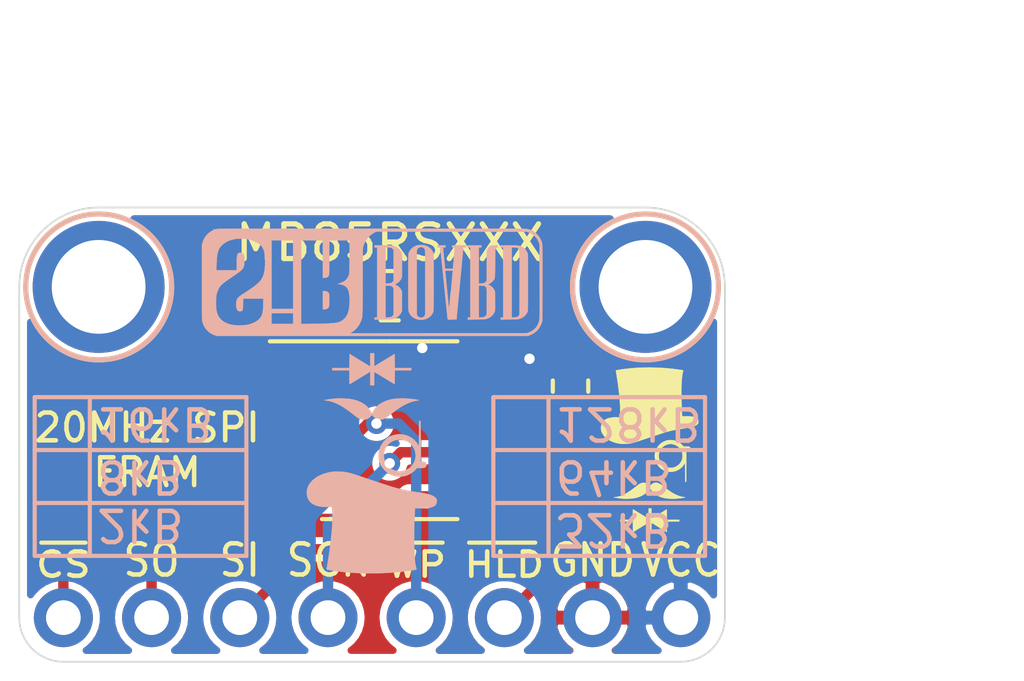
<source format=kicad_pcb>
(kicad_pcb (version 20171130) (host pcbnew "(5.1.2)-2")

  (general
    (thickness 1.6)
    (drawings 52)
    (tracks 41)
    (zones 0)
    (modules 9)
    (nets 9)
  )

  (page User 132.004 102.006)
  (title_block
    (title "MB85RSXXX Based FRAM Module")
    (date 2019-12-06)
    (rev 1)
    (company www.SirBoard.com)
    (comment 1 SirBoard)
    (comment 2 SirKeep)
    (comment 3 "MB85RS16, MB85RS64, MB85RS128, MB85RS256, MB85RS512, MB85RS1M")
  )

  (layers
    (0 F.Cu signal)
    (31 B.Cu signal)
    (32 B.Adhes user hide)
    (33 F.Adhes user hide)
    (34 B.Paste user hide)
    (35 F.Paste user hide)
    (36 B.SilkS user)
    (37 F.SilkS user)
    (38 B.Mask user hide)
    (39 F.Mask user hide)
    (40 Dwgs.User user)
    (41 Cmts.User user hide)
    (42 Eco1.User user hide)
    (43 Eco2.User user hide)
    (44 Edge.Cuts user)
    (45 Margin user hide)
    (46 B.CrtYd user hide)
    (47 F.CrtYd user hide)
    (48 B.Fab user hide)
    (49 F.Fab user hide)
  )

  (setup
    (last_trace_width 0.127)
    (user_trace_width 0.127)
    (user_trace_width 0.15)
    (user_trace_width 0.2)
    (user_trace_width 0.25)
    (user_trace_width 0.3)
    (user_trace_width 0.4)
    (user_trace_width 0.5)
    (user_trace_width 0.6)
    (user_trace_width 0.7)
    (user_trace_width 0.8)
    (user_trace_width 0.9)
    (user_trace_width 1)
    (user_trace_width 1.5)
    (user_trace_width 2)
    (trace_clearance 0.127)
    (zone_clearance 0.2)
    (zone_45_only no)
    (trace_min 0.127)
    (via_size 0.6)
    (via_drill 0.3)
    (via_min_size 0.6)
    (via_min_drill 0.3)
    (user_via 0.6 0.3)
    (user_via 0.8 0.4)
    (user_via 1 0.5)
    (user_via 1.6 0.8)
    (user_via 3.5 2.5)
    (uvia_size 0.45)
    (uvia_drill 0.2)
    (uvias_allowed no)
    (uvia_min_size 0.45)
    (uvia_min_drill 0.1)
    (edge_width 0.05)
    (segment_width 0.2)
    (pcb_text_width 0.3)
    (pcb_text_size 1.5 1.5)
    (mod_edge_width 0.12)
    (mod_text_size 0.8 0.9)
    (mod_text_width 0.13)
    (pad_size 1.7 1.7)
    (pad_drill 1)
    (pad_to_mask_clearance 0)
    (solder_mask_min_width 0.1)
    (aux_axis_origin 0 0)
    (visible_elements 7FFFFFFF)
    (pcbplotparams
      (layerselection 0x010f0_ffffffff)
      (usegerberextensions false)
      (usegerberattributes false)
      (usegerberadvancedattributes false)
      (creategerberjobfile false)
      (excludeedgelayer true)
      (linewidth 0.100000)
      (plotframeref false)
      (viasonmask false)
      (mode 1)
      (useauxorigin true)
      (hpglpennumber 1)
      (hpglpenspeed 20)
      (hpglpendiameter 15.000000)
      (psnegative false)
      (psa4output false)
      (plotreference true)
      (plotvalue false)
      (plotinvisibletext false)
      (padsonsilk false)
      (subtractmaskfromsilk false)
      (outputformat 1)
      (mirror false)
      (drillshape 0)
      (scaleselection 1)
      (outputdirectory "C:/Users/elisha3/Desktop/GitHub/Gerbers/SirMicro/"))
  )

  (net 0 "")
  (net 1 GND)
  (net 2 VCC)
  (net 3 WP)
  (net 4 HOLD)
  (net 5 SCK)
  (net 6 SI)
  (net 7 SO)
  (net 8 CS)

  (net_class Default "This is the default net class."
    (clearance 0.127)
    (trace_width 0.127)
    (via_dia 0.6)
    (via_drill 0.3)
    (uvia_dia 0.45)
    (uvia_drill 0.2)
    (add_net CS)
    (add_net GND)
    (add_net HOLD)
    (add_net SCK)
    (add_net SI)
    (add_net SO)
    (add_net VCC)
    (add_net WP)
  )

  (module logo:logo63x89 (layer B.Cu) (tedit 0) (tstamp 5DE5FA7C)
    (at 62.103 37.973)
    (fp_text reference G*** (at 0 0) (layer B.SilkS) hide
      (effects (font (size 1.524 1.524) (thickness 0.3)) (justify mirror))
    )
    (fp_text value LOGO (at 0.75 0) (layer B.SilkS) hide
      (effects (font (size 1.524 1.524) (thickness 0.3)) (justify mirror))
    )
    (fp_poly (pts (xy 0.294608 3.163061) (xy 0.571806 3.147075) (xy 0.845525 3.12179) (xy 1.112846 3.087234)
      (xy 1.1557 3.080712) (xy 1.205559 3.073027) (xy 1.240937 3.067267) (xy 1.26402 3.062384)
      (xy 1.276999 3.057331) (xy 1.28206 3.05106) (xy 1.281394 3.042525) (xy 1.277187 3.030677)
      (xy 1.274652 3.023788) (xy 1.26104 2.975414) (xy 1.248531 2.91085) (xy 1.237236 2.830812)
      (xy 1.227262 2.736013) (xy 1.223018 2.686005) (xy 1.218452 2.613652) (xy 1.214914 2.526733)
      (xy 1.212387 2.427586) (xy 1.210853 2.318547) (xy 1.210297 2.201952) (xy 1.210701 2.080137)
      (xy 1.212048 1.955439) (xy 1.214321 1.830193) (xy 1.217504 1.706737) (xy 1.221579 1.587406)
      (xy 1.226531 1.474536) (xy 1.232341 1.370465) (xy 1.232537 1.367366) (xy 1.237378 1.291166)
      (xy 1.389606 1.293975) (xy 1.494696 1.293609) (xy 1.584608 1.288254) (xy 1.660385 1.277783)
      (xy 1.723067 1.262072) (xy 1.755989 1.249565) (xy 1.802744 1.224372) (xy 1.834625 1.195291)
      (xy 1.853673 1.159268) (xy 1.861927 1.113251) (xy 1.862666 1.089911) (xy 1.86176 1.058721)
      (xy 1.857543 1.037582) (xy 1.847767 1.019644) (xy 1.833954 1.002437) (xy 1.805293 0.974383)
      (xy 1.769206 0.949262) (xy 1.724366 0.926655) (xy 1.669445 0.906139) (xy 1.603117 0.887293)
      (xy 1.524056 0.869697) (xy 1.430934 0.852929) (xy 1.322424 0.836569) (xy 1.302958 0.83388)
      (xy 1.134803 0.808425) (xy 0.976069 0.778909) (xy 0.819435 0.7438) (xy 0.657581 0.701565)
      (xy 0.618066 0.690459) (xy 0.589196 0.681835) (xy 0.546072 0.668389) (xy 0.49049 0.650709)
      (xy 0.42424 0.629383) (xy 0.349117 0.604999) (xy 0.266914 0.578144) (xy 0.179423 0.549409)
      (xy 0.088438 0.519379) (xy -0.004248 0.488643) (xy -0.096842 0.45779) (xy -0.187552 0.427408)
      (xy -0.274583 0.398084) (xy -0.311148 0.385703) (xy -0.396359 0.356954) (xy -0.467901 0.333229)
      (xy -0.528062 0.313876) (xy -0.579127 0.298245) (xy -0.623382 0.285683) (xy -0.663113 0.275541)
      (xy -0.700606 0.267166) (xy -0.738148 0.259907) (xy -0.7747 0.253655) (xy -0.826831 0.246959)
      (xy -0.887987 0.241974) (xy -0.953191 0.238851) (xy -1.017467 0.237737) (xy -1.075838 0.238783)
      (xy -1.123326 0.242138) (xy -1.130301 0.242994) (xy -1.268862 0.267698) (xy -1.394466 0.303136)
      (xy -1.507331 0.349409) (xy -1.607673 0.406613) (xy -1.695713 0.474848) (xy -1.739521 0.5177)
      (xy -1.796628 0.586461) (xy -1.837976 0.655473) (xy -1.864599 0.727169) (xy -1.87753 0.803983)
      (xy -1.879187 0.846667) (xy -1.872156 0.931089) (xy -1.851093 1.006044) (xy -1.816039 1.071479)
      (xy -1.767038 1.12734) (xy -1.704132 1.173574) (xy -1.627363 1.210127) (xy -1.57474 1.22737)
      (xy -1.515249 1.240471) (xy -1.444985 1.250129) (xy -1.36985 1.255855) (xy -1.295745 1.257161)
      (xy -1.24315 1.25485) (xy -1.161266 1.248521) (xy -1.156405 1.272826) (xy -1.146634 1.339587)
      (xy -1.140746 1.421782) (xy -1.13866 1.518384) (xy -1.140292 1.628364) (xy -1.145562 1.750694)
      (xy -1.154386 1.884346) (xy -1.166683 2.028293) (xy -1.18237 2.181505) (xy -1.201366 2.342956)
      (xy -1.223587 2.511616) (xy -1.248953 2.686459) (xy -1.27738 2.866455) (xy -1.289639 2.939955)
      (xy -1.297329 2.98647) (xy -1.302067 3.018943) (xy -1.303992 3.039982) (xy -1.303242 3.052193)
      (xy -1.299955 3.058185) (xy -1.296017 3.060135) (xy -1.279578 3.063759) (xy -1.249509 3.069312)
      (xy -1.208934 3.076274) (xy -1.160979 3.084127) (xy -1.108768 3.092349) (xy -1.055427 3.100421)
      (xy -1.0414 3.102484) (xy -0.790594 3.13343) (xy -0.52867 3.154932) (xy -0.258549 3.167018)
      (xy 0.01685 3.169718) (xy 0.294608 3.163061)) (layer B.SilkS) (width 0.01))
    (fp_poly (pts (xy 0.848142 0.381208) (xy 0.909974 0.374338) (xy 0.934034 0.369465) (xy 1.017983 0.342044)
      (xy 1.100067 0.301697) (xy 1.175818 0.2511) (xy 1.240767 0.192927) (xy 1.254901 0.177389)
      (xy 1.291166 0.135658) (xy 1.398983 0.135562) (xy 1.443468 0.135405) (xy 1.474472 0.134605)
      (xy 1.495444 0.13253) (xy 1.509835 0.128549) (xy 1.521097 0.12203) (xy 1.53268 0.11234)
      (xy 1.534449 0.110761) (xy 1.551614 0.093071) (xy 1.559753 0.075496) (xy 1.562058 0.050321)
      (xy 1.5621 0.043917) (xy 1.556852 0.006725) (xy 1.540371 -0.020557) (xy 1.511555 -0.038696)
      (xy 1.469297 -0.048458) (xy 1.425756 -0.050753) (xy 1.382547 -0.0508) (xy 1.392651 -0.091017)
      (xy 1.394827 -0.104575) (xy 1.396619 -0.127004) (xy 1.398036 -0.159252) (xy 1.399089 -0.202264)
      (xy 1.399787 -0.256988) (xy 1.400142 -0.32437) (xy 1.400161 -0.405357) (xy 1.399856 -0.500895)
      (xy 1.399237 -0.611932) (xy 1.3988 -0.675217) (xy 1.394844 -1.2192) (xy 1.354846 -1.2192)
      (xy 1.352639 -0.853017) (xy 1.350433 -0.486834) (xy 1.323709 -0.5334) (xy 1.268153 -0.614049)
      (xy 1.201861 -0.682866) (xy 1.126597 -0.739441) (xy 1.044125 -0.783366) (xy 0.95621 -0.814232)
      (xy 0.864614 -0.83163) (xy 0.771102 -0.835151) (xy 0.677439 -0.824386) (xy 0.585387 -0.798926)
      (xy 0.496711 -0.758362) (xy 0.457199 -0.734293) (xy 0.43476 -0.717239) (xy 0.405345 -0.691851)
      (xy 0.373526 -0.662177) (xy 0.354966 -0.643778) (xy 0.291916 -0.567767) (xy 0.243074 -0.483091)
      (xy 0.208964 -0.391057) (xy 0.190109 -0.292972) (xy 0.187074 -0.237045) (xy 0.338515 -0.237045)
      (xy 0.346999 -0.315719) (xy 0.369533 -0.393307) (xy 0.406698 -0.468082) (xy 0.453178 -0.5316)
      (xy 0.511858 -0.587115) (xy 0.580826 -0.630974) (xy 0.657284 -0.662271) (xy 0.738436 -0.680101)
      (xy 0.821485 -0.683557) (xy 0.893233 -0.674139) (xy 0.97638 -0.647672) (xy 1.051504 -0.606843)
      (xy 1.11731 -0.552828) (xy 1.172506 -0.486803) (xy 1.215799 -0.409943) (xy 1.233701 -0.364556)
      (xy 1.246135 -0.312566) (xy 1.252482 -0.251653) (xy 1.252591 -0.188644) (xy 1.246309 -0.130367)
      (xy 1.239559 -0.10102) (xy 1.207396 -0.020588) (xy 1.161425 0.051645) (xy 1.103414 0.114052)
      (xy 1.03513 0.165002) (xy 0.95834 0.202868) (xy 0.88724 0.223645) (xy 0.841123 0.232166)
      (xy 0.80434 0.235913) (xy 0.769985 0.234914) (xy 0.731153 0.229197) (xy 0.706966 0.224384)
      (xy 0.623897 0.199141) (xy 0.550244 0.16118) (xy 0.486587 0.112225) (xy 0.433505 0.054004)
      (xy 0.391578 -0.01176) (xy 0.361384 -0.08334) (xy 0.343504 -0.15901) (xy 0.338515 -0.237045)
      (xy 0.187074 -0.237045) (xy 0.186266 -0.222173) (xy 0.194445 -0.125221) (xy 0.218159 -0.032159)
      (xy 0.256171 0.055462) (xy 0.307244 0.136093) (xy 0.370142 0.208183) (xy 0.44363 0.270183)
      (xy 0.526469 0.320543) (xy 0.617425 0.357713) (xy 0.657911 0.369058) (xy 0.714914 0.378558)
      (xy 0.780723 0.382611) (xy 0.848142 0.381208)) (layer B.SilkS) (width 0.01))
    (fp_poly (pts (xy 0.277666 -1.259842) (xy 0.315987 -1.270149) (xy 0.340339 -1.278993) (xy 0.366514 -1.291478)
      (xy 0.396307 -1.308801) (xy 0.431509 -1.332163) (xy 0.473914 -1.362763) (xy 0.525314 -1.4018)
      (xy 0.587504 -1.450473) (xy 0.598126 -1.45888) (xy 0.728848 -1.556458) (xy 0.85485 -1.638332)
      (xy 0.975991 -1.70443) (xy 1.092127 -1.754679) (xy 1.203115 -1.789008) (xy 1.286187 -1.804708)
      (xy 1.317528 -1.809142) (xy 1.337997 -1.813029) (xy 1.346722 -1.816769) (xy 1.342832 -1.820765)
      (xy 1.325456 -1.825418) (xy 1.293721 -1.831128) (xy 1.246758 -1.838297) (xy 1.198033 -1.845295)
      (xy 1.074247 -1.859396) (xy 0.950036 -1.866991) (xy 0.828936 -1.868099) (xy 0.714487 -1.862739)
      (xy 0.610228 -1.850933) (xy 0.55862 -1.841721) (xy 0.440667 -1.81091) (xy 0.334383 -1.769725)
      (xy 0.240354 -1.718557) (xy 0.159163 -1.657792) (xy 0.091397 -1.587822) (xy 0.03764 -1.509035)
      (xy 0.026212 -1.487518) (xy -0.005006 -1.425377) (xy -0.028011 -1.472572) (xy -0.078998 -1.55819)
      (xy -0.143494 -1.633714) (xy -0.221328 -1.699032) (xy -0.31233 -1.754033) (xy -0.416331 -1.798603)
      (xy -0.533158 -1.832632) (xy -0.593607 -1.845163) (xy -0.654366 -1.853927) (xy -0.72725 -1.860692)
      (xy -0.807546 -1.865283) (xy -0.890545 -1.867526) (xy -0.971536 -1.867244) (xy -1.045807 -1.864264)
      (xy -1.066801 -1.862759) (xy -1.098101 -1.859681) (xy -1.137644 -1.854979) (xy -1.18225 -1.849124)
      (xy -1.228744 -1.842589) (xy -1.273947 -1.835846) (xy -1.314683 -1.829367) (xy -1.347774 -1.823625)
      (xy -1.370043 -1.819093) (xy -1.37817 -1.816474) (xy -1.371708 -1.814576) (xy -1.35252 -1.811726)
      (xy -1.324741 -1.808537) (xy -1.324373 -1.808499) (xy -1.231302 -1.79363) (xy -1.136422 -1.767618)
      (xy -1.03867 -1.729922) (xy -0.936985 -1.68) (xy -0.830304 -1.617311) (xy -0.717565 -1.541314)
      (xy -0.597705 -1.451466) (xy -0.550334 -1.413791) (xy -0.495945 -1.370673) (xy -0.451376 -1.337332)
      (xy -0.413971 -1.312099) (xy -0.381075 -1.293304) (xy -0.350029 -1.279275) (xy -0.319827 -1.26884)
      (xy -0.253545 -1.256661) (xy -0.190402 -1.261014) (xy -0.131226 -1.281656) (xy -0.076844 -1.318343)
      (xy -0.045611 -1.349367) (xy -0.006623 -1.393588) (xy 0.045372 -1.341637) (xy 0.083566 -1.30709)
      (xy 0.118925 -1.283687) (xy 0.146367 -1.271376) (xy 0.191459 -1.257917) (xy 0.233095 -1.254088)
      (xy 0.277666 -1.259842)) (layer B.SilkS) (width 0.01))
    (fp_poly (pts (xy 0.059266 -2.439106) (xy 0.059544 -2.494396) (xy 0.060322 -2.543378) (xy 0.06152 -2.583738)
      (xy 0.063058 -2.613161) (xy 0.064853 -2.629334) (xy 0.066003 -2.631722) (xy 0.074999 -2.626632)
      (xy 0.096134 -2.614093) (xy 0.1271 -2.595493) (xy 0.165591 -2.572217) (xy 0.2093 -2.545652)
      (xy 0.216287 -2.541394) (xy 0.274245 -2.506062) (xy 0.340354 -2.46576) (xy 0.408304 -2.424335)
      (xy 0.471786 -2.385633) (xy 0.503766 -2.366135) (xy 0.647699 -2.278382) (xy 0.649969 -2.476925)
      (xy 0.652239 -2.675467) (xy 1.126066 -2.675467) (xy 1.126066 -2.7432) (xy 0.652234 -2.7432)
      (xy 0.649967 -2.945489) (xy 0.647699 -3.147778) (xy 0.50722 -3.061906) (xy 0.45154 -3.027867)
      (xy 0.38731 -2.988597) (xy 0.320426 -2.9477) (xy 0.256782 -2.908781) (xy 0.217925 -2.885017)
      (xy 0.172985 -2.857671) (xy 0.133011 -2.833613) (xy 0.100222 -2.814155) (xy 0.076835 -2.800612)
      (xy 0.065069 -2.794296) (xy 0.064188 -2.794) (xy 0.062758 -2.802064) (xy 0.061492 -2.824644)
      (xy 0.060452 -2.859324) (xy 0.059704 -2.903687) (xy 0.05931 -2.955317) (xy 0.059266 -2.980267)
      (xy 0.059266 -3.166533) (xy -0.050483 -3.166533) (xy -0.052758 -2.976146) (xy -0.055034 -2.785759)
      (xy -0.14069 -2.839341) (xy -0.175231 -2.860812) (xy -0.205207 -2.879194) (xy -0.227316 -2.892477)
      (xy -0.238056 -2.89856) (xy -0.248122 -2.904332) (xy -0.270621 -2.91778) (xy -0.303571 -2.9377)
      (xy -0.344987 -2.962888) (xy -0.392885 -2.992139) (xy -0.445281 -3.024251) (xy -0.448734 -3.026371)
      (xy -0.6477 -3.148546) (xy -0.649968 -2.945873) (xy -0.652235 -2.7432) (xy -1.143001 -2.7432)
      (xy -1.143001 -2.675467) (xy -0.651934 -2.675467) (xy -0.651934 -2.4765) (xy -0.651794 -2.420486)
      (xy -0.651402 -2.370572) (xy -0.650798 -2.329099) (xy -0.650023 -2.298402) (xy -0.649116 -2.280822)
      (xy -0.648493 -2.277533) (xy -0.640429 -2.28172) (xy -0.620666 -2.293209) (xy -0.591907 -2.310399)
      (xy -0.556855 -2.331683) (xy -0.544777 -2.339082) (xy -0.500282 -2.366345) (xy -0.447084 -2.398868)
      (xy -0.390955 -2.433126) (xy -0.33767 -2.465592) (xy -0.321734 -2.475287) (xy -0.273836 -2.504453)
      (xy -0.224247 -2.534712) (xy -0.17765 -2.563203) (xy -0.138726 -2.587066) (xy -0.124884 -2.59558)
      (xy -0.0508 -2.641214) (xy -0.0508 -2.243667) (xy 0.059266 -2.243667) (xy 0.059266 -2.439106)) (layer B.SilkS) (width 0.01))
  )

  (module logo:logo47x67 (layer F.Cu) (tedit 0) (tstamp 5DEB41B2)
    (at 70.104 37.592)
    (fp_text reference G*** (at 0 0) (layer F.SilkS) hide
      (effects (font (size 1.524 1.524) (thickness 0.3)))
    )
    (fp_text value LOGO (at 0.75 0) (layer F.SilkS) hide
      (effects (font (size 1.524 1.524) (thickness 0.3)))
    )
    (fp_poly (pts (xy 0.220956 -2.372296) (xy 0.428854 -2.360307) (xy 0.634144 -2.341343) (xy 0.834635 -2.315426)
      (xy 0.866775 -2.310534) (xy 0.904169 -2.304771) (xy 0.930702 -2.300451) (xy 0.948015 -2.296789)
      (xy 0.957749 -2.292999) (xy 0.961545 -2.288296) (xy 0.961045 -2.281894) (xy 0.95789 -2.273009)
      (xy 0.955989 -2.267841) (xy 0.94578 -2.231561) (xy 0.936398 -2.183138) (xy 0.927927 -2.123109)
      (xy 0.920446 -2.05201) (xy 0.917263 -2.014504) (xy 0.913839 -1.960239) (xy 0.911185 -1.89505)
      (xy 0.90929 -1.82069) (xy 0.90814 -1.738911) (xy 0.907723 -1.651464) (xy 0.908025 -1.560103)
      (xy 0.909036 -1.46658) (xy 0.910741 -1.372645) (xy 0.913128 -1.280053) (xy 0.916184 -1.190555)
      (xy 0.919898 -1.105903) (xy 0.924256 -1.027849) (xy 0.924403 -1.025525) (xy 0.928034 -0.968375)
      (xy 1.042205 -0.970482) (xy 1.121022 -0.970207) (xy 1.188456 -0.966191) (xy 1.245288 -0.958338)
      (xy 1.2923 -0.946555) (xy 1.316992 -0.937175) (xy 1.352058 -0.91828) (xy 1.375969 -0.896469)
      (xy 1.390254 -0.869452) (xy 1.396445 -0.834939) (xy 1.397 -0.817434) (xy 1.39632 -0.794041)
      (xy 1.393157 -0.778187) (xy 1.385825 -0.764734) (xy 1.375465 -0.751829) (xy 1.35397 -0.730788)
      (xy 1.326905 -0.711947) (xy 1.293274 -0.694992) (xy 1.252084 -0.679605) (xy 1.202338 -0.665471)
      (xy 1.143042 -0.652274) (xy 1.0732 -0.639698) (xy 0.991818 -0.627427) (xy 0.977219 -0.625411)
      (xy 0.851102 -0.606319) (xy 0.732051 -0.584182) (xy 0.614576 -0.557851) (xy 0.493186 -0.526174)
      (xy 0.46355 -0.517845) (xy 0.441897 -0.511377) (xy 0.409554 -0.501293) (xy 0.367867 -0.488032)
      (xy 0.31818 -0.472038) (xy 0.261838 -0.45375) (xy 0.200185 -0.433609) (xy 0.134567 -0.412057)
      (xy 0.066329 -0.389535) (xy -0.003186 -0.366483) (xy -0.072632 -0.343343) (xy -0.140664 -0.320556)
      (xy -0.205937 -0.298563) (xy -0.233361 -0.289278) (xy -0.297269 -0.267716) (xy -0.350926 -0.249922)
      (xy -0.396047 -0.235408) (xy -0.434345 -0.223684) (xy -0.467536 -0.214263) (xy -0.497335 -0.206656)
      (xy -0.525455 -0.200375) (xy -0.553611 -0.194931) (xy -0.581025 -0.190242) (xy -0.620124 -0.18522)
      (xy -0.66599 -0.181481) (xy -0.714894 -0.179139) (xy -0.7631 -0.178304) (xy -0.806878 -0.179088)
      (xy -0.842495 -0.181604) (xy -0.847725 -0.182246) (xy -0.951647 -0.200774) (xy -1.04585 -0.227353)
      (xy -1.130498 -0.262057) (xy -1.205755 -0.304961) (xy -1.271785 -0.356137) (xy -1.304641 -0.388276)
      (xy -1.347471 -0.439847) (xy -1.378482 -0.491605) (xy -1.398449 -0.545377) (xy -1.408148 -0.602988)
      (xy -1.40939 -0.635) (xy -1.404117 -0.698317) (xy -1.38832 -0.754534) (xy -1.362029 -0.80361)
      (xy -1.325279 -0.845505) (xy -1.278099 -0.880181) (xy -1.220522 -0.907596) (xy -1.181055 -0.920528)
      (xy -1.136437 -0.930354) (xy -1.083739 -0.937597) (xy -1.027388 -0.941892) (xy -0.971809 -0.942871)
      (xy -0.932363 -0.941138) (xy -0.87095 -0.936392) (xy -0.867304 -0.95462) (xy -0.859976 -1.004691)
      (xy -0.85556 -1.066337) (xy -0.853995 -1.138788) (xy -0.855219 -1.221273) (xy -0.859172 -1.313021)
      (xy -0.86579 -1.41326) (xy -0.875012 -1.52122) (xy -0.886778 -1.63613) (xy -0.901025 -1.757218)
      (xy -0.917691 -1.883713) (xy -0.936715 -2.014845) (xy -0.958035 -2.149842) (xy -0.96723 -2.204967)
      (xy -0.972997 -2.239853) (xy -0.97655 -2.264208) (xy -0.977994 -2.279987) (xy -0.977431 -2.289146)
      (xy -0.974967 -2.29364) (xy -0.972013 -2.295102) (xy -0.959684 -2.29782) (xy -0.937132 -2.301984)
      (xy -0.906701 -2.307206) (xy -0.870734 -2.313096) (xy -0.831576 -2.319262) (xy -0.79157 -2.325317)
      (xy -0.78105 -2.326864) (xy -0.592945 -2.350073) (xy -0.396503 -2.366199) (xy -0.193912 -2.375264)
      (xy 0.012637 -2.377289) (xy 0.220956 -2.372296)) (layer F.SilkS) (width 0.01))
    (fp_poly (pts (xy 0.636107 -0.285906) (xy 0.68248 -0.280754) (xy 0.700525 -0.277099) (xy 0.763487 -0.256534)
      (xy 0.82505 -0.226274) (xy 0.881864 -0.188326) (xy 0.930575 -0.144696) (xy 0.941176 -0.133043)
      (xy 0.968375 -0.101744) (xy 1.049237 -0.101672) (xy 1.082601 -0.101554) (xy 1.105854 -0.100954)
      (xy 1.121583 -0.099398) (xy 1.132376 -0.096412) (xy 1.140822 -0.091523) (xy 1.14951 -0.084256)
      (xy 1.150837 -0.083071) (xy 1.163711 -0.069804) (xy 1.169815 -0.056623) (xy 1.171543 -0.037741)
      (xy 1.171575 -0.032938) (xy 1.167639 -0.005044) (xy 1.155278 0.015417) (xy 1.133666 0.029021)
      (xy 1.101972 0.036343) (xy 1.069317 0.038064) (xy 1.03691 0.0381) (xy 1.044488 0.068262)
      (xy 1.04612 0.078431) (xy 1.047464 0.095253) (xy 1.048527 0.119438) (xy 1.049317 0.151698)
      (xy 1.04984 0.19274) (xy 1.050106 0.243277) (xy 1.050121 0.304017) (xy 1.049892 0.375671)
      (xy 1.049427 0.458948) (xy 1.0491 0.506412) (xy 1.046133 0.9144) (xy 1.016134 0.9144)
      (xy 1.014479 0.639762) (xy 1.012825 0.365125) (xy 0.992782 0.40005) (xy 0.951114 0.460536)
      (xy 0.901395 0.512149) (xy 0.844948 0.55458) (xy 0.783094 0.587524) (xy 0.717157 0.610674)
      (xy 0.64846 0.623722) (xy 0.578327 0.626363) (xy 0.508079 0.618289) (xy 0.43904 0.599194)
      (xy 0.372533 0.568771) (xy 0.3429 0.550719) (xy 0.32607 0.537928) (xy 0.304009 0.518887)
      (xy 0.280145 0.496632) (xy 0.266224 0.482833) (xy 0.218937 0.425825) (xy 0.182306 0.362318)
      (xy 0.156723 0.293292) (xy 0.142582 0.219728) (xy 0.140306 0.177783) (xy 0.253886 0.177783)
      (xy 0.260249 0.236789) (xy 0.27715 0.29498) (xy 0.305023 0.351061) (xy 0.339883 0.398699)
      (xy 0.383894 0.440336) (xy 0.435619 0.47323) (xy 0.492963 0.496703) (xy 0.553827 0.510075)
      (xy 0.616113 0.512667) (xy 0.669925 0.505603) (xy 0.732285 0.485753) (xy 0.788628 0.455132)
      (xy 0.837983 0.41462) (xy 0.87938 0.365101) (xy 0.911849 0.307456) (xy 0.925275 0.273417)
      (xy 0.934601 0.234424) (xy 0.939362 0.188739) (xy 0.939443 0.141482) (xy 0.934731 0.097774)
      (xy 0.929669 0.075765) (xy 0.905547 0.015441) (xy 0.871069 -0.038735) (xy 0.82756 -0.085539)
      (xy 0.776347 -0.123752) (xy 0.718755 -0.152152) (xy 0.66543 -0.167734) (xy 0.630842 -0.174125)
      (xy 0.603255 -0.176935) (xy 0.577489 -0.176186) (xy 0.548365 -0.171899) (xy 0.530225 -0.168289)
      (xy 0.467923 -0.149357) (xy 0.412683 -0.120886) (xy 0.36494 -0.08417) (xy 0.325129 -0.040503)
      (xy 0.293683 0.00882) (xy 0.271038 0.062504) (xy 0.257628 0.119257) (xy 0.253886 0.177783)
      (xy 0.140306 0.177783) (xy 0.1397 0.166629) (xy 0.145834 0.093915) (xy 0.163619 0.024119)
      (xy 0.192128 -0.041597) (xy 0.230433 -0.10207) (xy 0.277607 -0.156138) (xy 0.332722 -0.202638)
      (xy 0.394852 -0.240408) (xy 0.463068 -0.268286) (xy 0.493433 -0.276794) (xy 0.536185 -0.283919)
      (xy 0.585542 -0.286959) (xy 0.636107 -0.285906)) (layer F.SilkS) (width 0.01))
    (fp_poly (pts (xy 0.208249 0.944881) (xy 0.23699 0.952611) (xy 0.255254 0.959244) (xy 0.274886 0.968608)
      (xy 0.29723 0.9816) (xy 0.323632 0.999122) (xy 0.355435 1.022072) (xy 0.393986 1.051349)
      (xy 0.440628 1.087854) (xy 0.448594 1.094159) (xy 0.546636 1.167343) (xy 0.641138 1.228749)
      (xy 0.731993 1.278322) (xy 0.819095 1.316008) (xy 0.902336 1.341755) (xy 0.96464 1.353531)
      (xy 0.988146 1.356856) (xy 1.003498 1.359771) (xy 1.010041 1.362576) (xy 1.007124 1.365573)
      (xy 0.994092 1.369063) (xy 0.970291 1.373345) (xy 0.935068 1.378722) (xy 0.898525 1.383971)
      (xy 0.805685 1.394547) (xy 0.712527 1.400243) (xy 0.621702 1.401073) (xy 0.535865 1.397054)
      (xy 0.457671 1.388199) (xy 0.418965 1.38129) (xy 0.3305 1.358182) (xy 0.250787 1.327293)
      (xy 0.180265 1.288917) (xy 0.119372 1.243344) (xy 0.068547 1.190866) (xy 0.02823 1.131776)
      (xy 0.019659 1.115638) (xy -0.003754 1.069032) (xy -0.021008 1.104428) (xy -0.059249 1.168642)
      (xy -0.107621 1.225285) (xy -0.165996 1.274274) (xy -0.234248 1.315524) (xy -0.312248 1.348952)
      (xy -0.399869 1.374473) (xy -0.445205 1.383872) (xy -0.490775 1.390444) (xy -0.545437 1.395518)
      (xy -0.60566 1.398962) (xy -0.667909 1.400644) (xy -0.728652 1.400433) (xy -0.784355 1.398197)
      (xy -0.8001 1.397069) (xy -0.823576 1.39476) (xy -0.853233 1.391233) (xy -0.886688 1.386842)
      (xy -0.921558 1.381941) (xy -0.95546 1.376884) (xy -0.986012 1.372025) (xy -1.010831 1.367718)
      (xy -1.027532 1.364319) (xy -1.033628 1.362355) (xy -1.028781 1.360931) (xy -1.01439 1.358794)
      (xy -0.993556 1.356402) (xy -0.99328 1.356374) (xy -0.923477 1.345222) (xy -0.852317 1.325713)
      (xy -0.779003 1.297441) (xy -0.702739 1.259999) (xy -0.622728 1.212983) (xy -0.538174 1.155985)
      (xy -0.448279 1.088599) (xy -0.41275 1.060343) (xy -0.371959 1.028004) (xy -0.338532 1.002999)
      (xy -0.310478 0.984074) (xy -0.285806 0.969977) (xy -0.262522 0.959456) (xy -0.23987 0.951629)
      (xy -0.190159 0.942495) (xy -0.142801 0.94576) (xy -0.09842 0.961241) (xy -0.057633 0.988757)
      (xy -0.034208 1.012025) (xy -0.004967 1.04519) (xy 0.034029 1.006227) (xy 0.062674 0.980317)
      (xy 0.089194 0.962765) (xy 0.109775 0.953531) (xy 0.143594 0.943437) (xy 0.174821 0.940565)
      (xy 0.208249 0.944881)) (layer F.SilkS) (width 0.01))
    (fp_poly (pts (xy 0.04445 1.829329) (xy 0.044658 1.870797) (xy 0.045241 1.907533) (xy 0.04614 1.937803)
      (xy 0.047293 1.95987) (xy 0.04864 1.972) (xy 0.049502 1.973791) (xy 0.056249 1.969974)
      (xy 0.0721 1.960569) (xy 0.095325 1.946619) (xy 0.124193 1.929162) (xy 0.156975 1.909238)
      (xy 0.162215 1.906045) (xy 0.205684 1.879546) (xy 0.255265 1.84932) (xy 0.306228 1.818251)
      (xy 0.353839 1.789224) (xy 0.377825 1.774601) (xy 0.485775 1.708786) (xy 0.489179 2.0066)
      (xy 0.84455 2.0066) (xy 0.84455 2.0574) (xy 0.489175 2.0574) (xy 0.487475 2.209116)
      (xy 0.485775 2.360833) (xy 0.380415 2.296429) (xy 0.338655 2.2709) (xy 0.290483 2.241447)
      (xy 0.240319 2.210774) (xy 0.192586 2.181585) (xy 0.163444 2.163762) (xy 0.129739 2.143253)
      (xy 0.099758 2.125209) (xy 0.075166 2.110616) (xy 0.057626 2.100458) (xy 0.048802 2.095722)
      (xy 0.048141 2.0955) (xy 0.047068 2.101547) (xy 0.046119 2.118482) (xy 0.045339 2.144492)
      (xy 0.044778 2.177765) (xy 0.044483 2.216487) (xy 0.04445 2.2352) (xy 0.04445 2.3749)
      (xy -0.037862 2.3749) (xy -0.039569 2.232109) (xy -0.041275 2.089318) (xy -0.105517 2.129505)
      (xy -0.131424 2.145609) (xy -0.153906 2.159395) (xy -0.170487 2.169357) (xy -0.178542 2.173919)
      (xy -0.186091 2.178249) (xy -0.202966 2.188335) (xy -0.227679 2.203274) (xy -0.258741 2.222165)
      (xy -0.294664 2.244104) (xy -0.333961 2.268188) (xy -0.33655 2.269778) (xy -0.485775 2.361409)
      (xy -0.487476 2.209404) (xy -0.489176 2.0574) (xy -0.85725 2.0574) (xy -0.85725 2.0066)
      (xy -0.48895 2.0066) (xy -0.48895 1.857375) (xy -0.488846 1.815364) (xy -0.488552 1.777929)
      (xy -0.488099 1.746823) (xy -0.487517 1.723801) (xy -0.486837 1.710616) (xy -0.48637 1.70815)
      (xy -0.480322 1.711289) (xy -0.465499 1.719906) (xy -0.44393 1.732798) (xy -0.417642 1.748762)
      (xy -0.408583 1.754311) (xy -0.375211 1.774758) (xy -0.335313 1.79915) (xy -0.293217 1.824844)
      (xy -0.253253 1.849193) (xy -0.2413 1.856465) (xy -0.205377 1.878339) (xy -0.168185 1.901033)
      (xy -0.133237 1.922402) (xy -0.104044 1.940299) (xy -0.093663 1.946684) (xy -0.0381 1.98091)
      (xy -0.0381 1.68275) (xy 0.04445 1.68275) (xy 0.04445 1.829329)) (layer F.SilkS) (width 0.01))
  )

  (module Connector_PinHeader_2.54mm:PinHeader_1x08_P2.54mm_Vertical (layer B.Cu) (tedit 5DEABFA5) (tstamp 5DEAEE62)
    (at 53.213 42.418 270)
    (descr "Through hole straight pin header, 1x08, 2.54mm pitch, single row")
    (tags "Through hole pin header THT 1x08 2.54mm single row")
    (path /5DF04698)
    (fp_text reference J1 (at 0 2.33 270) (layer B.SilkS) hide
      (effects (font (size 1 1) (thickness 0.15)) (justify mirror))
    )
    (fp_text value Conn_01x08 (at 0 -20.11 270) (layer B.Fab)
      (effects (font (size 1 1) (thickness 0.15)) (justify mirror))
    )
    (fp_text user %R (at 0 -8.89 180) (layer B.Fab)
      (effects (font (size 1 1) (thickness 0.15)) (justify mirror))
    )
    (fp_line (start 1.8 1.8) (end -1.8 1.8) (layer B.CrtYd) (width 0.05))
    (fp_line (start 1.8 -19.55) (end 1.8 1.8) (layer B.CrtYd) (width 0.05))
    (fp_line (start -1.8 -19.55) (end 1.8 -19.55) (layer B.CrtYd) (width 0.05))
    (fp_line (start -1.8 1.8) (end -1.8 -19.55) (layer B.CrtYd) (width 0.05))
    (fp_line (start -1.27 0.635) (end -0.635 1.27) (layer B.Fab) (width 0.1))
    (fp_line (start -1.27 -19.05) (end -1.27 0.635) (layer B.Fab) (width 0.1))
    (fp_line (start 1.27 -19.05) (end -1.27 -19.05) (layer B.Fab) (width 0.1))
    (fp_line (start 1.27 1.27) (end 1.27 -19.05) (layer B.Fab) (width 0.1))
    (fp_line (start -0.635 1.27) (end 1.27 1.27) (layer B.Fab) (width 0.1))
    (pad 8 thru_hole oval (at 0 -17.78 270) (size 1.7 1.7) (drill 1) (layers *.Cu *.Mask)
      (net 2 VCC))
    (pad 7 thru_hole oval (at 0 -15.24 270) (size 1.7 1.7) (drill 1) (layers *.Cu *.Mask)
      (net 1 GND))
    (pad 6 thru_hole oval (at 0 -12.7 270) (size 1.7 1.7) (drill 1) (layers *.Cu *.Mask)
      (net 4 HOLD))
    (pad 5 thru_hole oval (at 0 -10.16 270) (size 1.7 1.7) (drill 1) (layers *.Cu *.Mask)
      (net 3 WP))
    (pad 4 thru_hole oval (at 0 -7.62 270) (size 1.7 1.7) (drill 1) (layers *.Cu *.Mask)
      (net 5 SCK))
    (pad 3 thru_hole oval (at 0 -5.08 270) (size 1.7 1.7) (drill 1) (layers *.Cu *.Mask)
      (net 6 SI))
    (pad 2 thru_hole oval (at 0 -2.54 270) (size 1.7 1.7) (drill 1) (layers *.Cu *.Mask)
      (net 7 SO))
    (pad 1 thru_hole circle (at 0 0 270) (size 1.7 1.7) (drill 1) (layers *.Cu *.Mask)
      (net 8 CS))
    (model ${KISYS3DMOD}/Connector_PinHeader_2.54mm.3dshapes/PinHeader_1x08_P2.54mm_Vertical.wrl
      (at (xyz 0 0 0))
      (scale (xyz 1 1 1))
      (rotate (xyz 0 0 0))
    )
  )

  (module Package_SO:SOIC-8_3.9x4.9mm_P1.27mm (layer F.Cu) (tedit 5C97300E) (tstamp 5DEAEE8D)
    (at 62.611 37.0205)
    (descr "SOIC, 8 Pin (JEDEC MS-012AA, https://www.analog.com/media/en/package-pcb-resources/package/pkg_pdf/soic_narrow-r/r_8.pdf), generated with kicad-footprint-generator ipc_gullwing_generator.py")
    (tags "SOIC SO")
    (path /5DEDD7C1)
    (attr smd)
    (fp_text reference MB85RSXXX (at 0 -5.3975) (layer F.SilkS)
      (effects (font (size 1 1) (thickness 0.15)))
    )
    (fp_text value MB85RS64 (at 0 3.4) (layer F.Fab)
      (effects (font (size 1 1) (thickness 0.15)))
    )
    (fp_text user %R (at 0 0) (layer F.Fab)
      (effects (font (size 0.98 0.98) (thickness 0.15)))
    )
    (fp_line (start 3.7 -2.7) (end -3.7 -2.7) (layer F.CrtYd) (width 0.05))
    (fp_line (start 3.7 2.7) (end 3.7 -2.7) (layer F.CrtYd) (width 0.05))
    (fp_line (start -3.7 2.7) (end 3.7 2.7) (layer F.CrtYd) (width 0.05))
    (fp_line (start -3.7 -2.7) (end -3.7 2.7) (layer F.CrtYd) (width 0.05))
    (fp_line (start -1.95 -1.475) (end -0.975 -2.45) (layer F.Fab) (width 0.1))
    (fp_line (start -1.95 2.45) (end -1.95 -1.475) (layer F.Fab) (width 0.1))
    (fp_line (start 1.95 2.45) (end -1.95 2.45) (layer F.Fab) (width 0.1))
    (fp_line (start 1.95 -2.45) (end 1.95 2.45) (layer F.Fab) (width 0.1))
    (fp_line (start -0.975 -2.45) (end 1.95 -2.45) (layer F.Fab) (width 0.1))
    (fp_line (start 0 -2.56) (end -3.45 -2.56) (layer F.SilkS) (width 0.12))
    (fp_line (start 0 -2.56) (end 1.95 -2.56) (layer F.SilkS) (width 0.12))
    (fp_line (start 0 2.56) (end -1.95 2.56) (layer F.SilkS) (width 0.12))
    (fp_line (start 0 2.56) (end 1.95 2.56) (layer F.SilkS) (width 0.12))
    (pad 8 smd roundrect (at 2.475 -1.905) (size 1.95 0.6) (layers F.Cu F.Paste F.Mask) (roundrect_rratio 0.25)
      (net 2 VCC))
    (pad 7 smd roundrect (at 2.475 -0.635) (size 1.95 0.6) (layers F.Cu F.Paste F.Mask) (roundrect_rratio 0.25)
      (net 4 HOLD))
    (pad 6 smd roundrect (at 2.475 0.635) (size 1.95 0.6) (layers F.Cu F.Paste F.Mask) (roundrect_rratio 0.25)
      (net 5 SCK))
    (pad 5 smd roundrect (at 2.475 1.905) (size 1.95 0.6) (layers F.Cu F.Paste F.Mask) (roundrect_rratio 0.25)
      (net 6 SI))
    (pad 4 smd roundrect (at -2.475 1.905) (size 1.95 0.6) (layers F.Cu F.Paste F.Mask) (roundrect_rratio 0.25)
      (net 1 GND))
    (pad 3 smd roundrect (at -2.475 0.635) (size 1.95 0.6) (layers F.Cu F.Paste F.Mask) (roundrect_rratio 0.25)
      (net 3 WP))
    (pad 2 smd roundrect (at -2.475 -0.635) (size 1.95 0.6) (layers F.Cu F.Paste F.Mask) (roundrect_rratio 0.25)
      (net 7 SO))
    (pad 1 smd roundrect (at -2.475 -1.905) (size 1.95 0.6) (layers F.Cu F.Paste F.Mask) (roundrect_rratio 0.25)
      (net 8 CS))
    (model ${KISYS3DMOD}/Package_SO.3dshapes/SOIC-8_3.9x4.9mm_P1.27mm.wrl
      (at (xyz 0 0 0))
      (scale (xyz 1 1 1))
      (rotate (xyz 0 0 0))
    )
  )

  (module Resistor_SMD:R_0603_1608Metric (layer F.Cu) (tedit 5B301BBD) (tstamp 5DEAEE73)
    (at 67.818 35.7505 270)
    (descr "Resistor SMD 0603 (1608 Metric), square (rectangular) end terminal, IPC_7351 nominal, (Body size source: http://www.tortai-tech.com/upload/download/2011102023233369053.pdf), generated with kicad-footprint-generator")
    (tags resistor)
    (path /5DEB237F)
    (attr smd)
    (fp_text reference R3 (at 0 0 90) (layer F.SilkS) hide
      (effects (font (size 1 1) (thickness 0.15)))
    )
    (fp_text value 10K (at 0 1.43 90) (layer F.Fab)
      (effects (font (size 1 1) (thickness 0.15)))
    )
    (fp_text user %R (at 0 0 90) (layer F.Fab)
      (effects (font (size 0.4 0.4) (thickness 0.06)))
    )
    (fp_line (start 1.48 0.73) (end -1.48 0.73) (layer F.CrtYd) (width 0.05))
    (fp_line (start 1.48 -0.73) (end 1.48 0.73) (layer F.CrtYd) (width 0.05))
    (fp_line (start -1.48 -0.73) (end 1.48 -0.73) (layer F.CrtYd) (width 0.05))
    (fp_line (start -1.48 0.73) (end -1.48 -0.73) (layer F.CrtYd) (width 0.05))
    (fp_line (start -0.162779 0.51) (end 0.162779 0.51) (layer F.SilkS) (width 0.12))
    (fp_line (start -0.162779 -0.51) (end 0.162779 -0.51) (layer F.SilkS) (width 0.12))
    (fp_line (start 0.8 0.4) (end -0.8 0.4) (layer F.Fab) (width 0.1))
    (fp_line (start 0.8 -0.4) (end 0.8 0.4) (layer F.Fab) (width 0.1))
    (fp_line (start -0.8 -0.4) (end 0.8 -0.4) (layer F.Fab) (width 0.1))
    (fp_line (start -0.8 0.4) (end -0.8 -0.4) (layer F.Fab) (width 0.1))
    (pad 2 smd roundrect (at 0.7875 0 270) (size 0.875 0.95) (layers F.Cu F.Paste F.Mask) (roundrect_rratio 0.25)
      (net 4 HOLD))
    (pad 1 smd roundrect (at -0.7875 0 270) (size 0.875 0.95) (layers F.Cu F.Paste F.Mask) (roundrect_rratio 0.25)
      (net 2 VCC))
    (model ${KISYS3DMOD}/Resistor_SMD.3dshapes/R_0603_1608Metric.wrl
      (at (xyz 0 0 0))
      (scale (xyz 1 1 1))
      (rotate (xyz 0 0 0))
    )
  )

  (module SirBoardLibrary:MountingHole_M2.5_SirBoard (layer F.Cu) (tedit 5DE563BC) (tstamp 5DEAEE46)
    (at 69.977 32.893)
    (descr "Mounting Hole 2.7mm, M2.5, ISO14580")
    (tags "mounting hole 2.7mm m2.5 iso14580")
    (path /5DED12D7)
    (attr virtual)
    (fp_text reference H2 (at 0 -3.25) (layer F.SilkS) hide
      (effects (font (size 1 1) (thickness 0.15)))
    )
    (fp_text value MountingHole (at 0 3.25) (layer F.Fab)
      (effects (font (size 1 1) (thickness 0.15)))
    )
    (fp_circle (center 0 0) (end 2.1 0) (layer B.SilkS) (width 0.15))
    (fp_text user %R (at 0.3 0) (layer F.Fab)
      (effects (font (size 1 1) (thickness 0.15)))
    )
    (fp_circle (center 0 0) (end 2.1 0) (layer F.SilkS) (width 0.15))
    (fp_circle (center 0 0) (end 2.2 0) (layer F.CrtYd) (width 0.05))
    (pad 1 thru_hole circle (at 0 0) (size 3.8 3.8) (drill 2.7) (layers *.Cu *.Mask))
  )

  (module SirBoardLibrary:MountingHole_M2.5_SirBoard (layer F.Cu) (tedit 5DE563BC) (tstamp 5DEAEE3D)
    (at 54.229 32.893)
    (descr "Mounting Hole 2.7mm, M2.5, ISO14580")
    (tags "mounting hole 2.7mm m2.5 iso14580")
    (path /5DED0635)
    (attr virtual)
    (fp_text reference H1 (at 0 -3.25) (layer F.SilkS) hide
      (effects (font (size 1 1) (thickness 0.15)))
    )
    (fp_text value MountingHole (at 0 3.25) (layer F.Fab)
      (effects (font (size 1 1) (thickness 0.15)))
    )
    (fp_circle (center 0 0) (end 2.1 0) (layer B.SilkS) (width 0.15))
    (fp_text user %R (at 0.3 0) (layer F.Fab)
      (effects (font (size 1 1) (thickness 0.15)))
    )
    (fp_circle (center 0 0) (end 2.1 0) (layer F.SilkS) (width 0.15))
    (fp_circle (center 0 0) (end 2.2 0) (layer F.CrtYd) (width 0.05))
    (pad 1 thru_hole circle (at 0 0) (size 3.8 3.8) (drill 2.7) (layers *.Cu *.Mask))
  )

  (module Capacitor_SMD:C_0805_2012Metric (layer F.Cu) (tedit 5B36C52B) (tstamp 5DEAEE34)
    (at 62.611 33.147 180)
    (descr "Capacitor SMD 0805 (2012 Metric), square (rectangular) end terminal, IPC_7351 nominal, (Body size source: https://docs.google.com/spreadsheets/d/1BsfQQcO9C6DZCsRaXUlFlo91Tg2WpOkGARC1WS5S8t0/edit?usp=sharing), generated with kicad-footprint-generator")
    (tags capacitor)
    (path /5DE90F8C)
    (attr smd)
    (fp_text reference C1 (at 0 0) (layer F.SilkS) hide
      (effects (font (size 1 1) (thickness 0.15)))
    )
    (fp_text value 10uF (at 0 1.65) (layer F.Fab)
      (effects (font (size 1 1) (thickness 0.15)))
    )
    (fp_text user %R (at 0 0) (layer F.Fab)
      (effects (font (size 0.5 0.5) (thickness 0.08)))
    )
    (fp_line (start 1.68 0.95) (end -1.68 0.95) (layer F.CrtYd) (width 0.05))
    (fp_line (start 1.68 -0.95) (end 1.68 0.95) (layer F.CrtYd) (width 0.05))
    (fp_line (start -1.68 -0.95) (end 1.68 -0.95) (layer F.CrtYd) (width 0.05))
    (fp_line (start -1.68 0.95) (end -1.68 -0.95) (layer F.CrtYd) (width 0.05))
    (fp_line (start -0.258578 0.71) (end 0.258578 0.71) (layer F.SilkS) (width 0.12))
    (fp_line (start -0.258578 -0.71) (end 0.258578 -0.71) (layer F.SilkS) (width 0.12))
    (fp_line (start 1 0.6) (end -1 0.6) (layer F.Fab) (width 0.1))
    (fp_line (start 1 -0.6) (end 1 0.6) (layer F.Fab) (width 0.1))
    (fp_line (start -1 -0.6) (end 1 -0.6) (layer F.Fab) (width 0.1))
    (fp_line (start -1 0.6) (end -1 -0.6) (layer F.Fab) (width 0.1))
    (pad 2 smd roundrect (at 0.9375 0 180) (size 0.975 1.4) (layers F.Cu F.Paste F.Mask) (roundrect_rratio 0.25)
      (net 1 GND))
    (pad 1 smd roundrect (at -0.9375 0 180) (size 0.975 1.4) (layers F.Cu F.Paste F.Mask) (roundrect_rratio 0.25)
      (net 2 VCC))
    (model ${KISYS3DMOD}/Capacitor_SMD.3dshapes/C_0805_2012Metric.wrl
      (at (xyz 0 0 0))
      (scale (xyz 1 1 1))
      (rotate (xyz 0 0 0))
    )
  )

  (module logo:SirBoard98x31 (layer B.Cu) (tedit 0) (tstamp 5DE5FB5E)
    (at 62.103 32.766)
    (fp_text reference G*** (at 0 0) (layer B.SilkS) hide
      (effects (font (size 1.524 1.524) (thickness 0.3)) (justify mirror))
    )
    (fp_text value LOGO (at 0.75 0) (layer B.SilkS) hide
      (effects (font (size 1.524 1.524) (thickness 0.3)) (justify mirror))
    )
    (fp_poly (pts (xy -1.334868 0.770261) (xy -1.296392 0.756996) (xy -1.266987 0.734987) (xy -1.246785 0.704317)
      (xy -1.241064 0.688829) (xy -1.238088 0.672122) (xy -1.23565 0.645116) (xy -1.233769 0.610202)
      (xy -1.232464 0.56977) (xy -1.231755 0.52621) (xy -1.231659 0.481913) (xy -1.232196 0.43927)
      (xy -1.233385 0.400671) (xy -1.235245 0.368506) (xy -1.237795 0.345166) (xy -1.238311 0.34218)
      (xy -1.24858 0.307816) (xy -1.265582 0.282169) (xy -1.290549 0.264343) (xy -1.32471 0.253445)
      (xy -1.366838 0.248689) (xy -1.41605 0.246306) (xy -1.41605 0.7747) (xy -1.382278 0.7747)
      (xy -1.334868 0.770261)) (layer B.SilkS) (width 0.01))
    (fp_poly (pts (xy 3.948112 1.065045) (xy 4.013772 1.064113) (xy 4.068018 1.063129) (xy 4.112139 1.062033)
      (xy 4.147419 1.060764) (xy 4.175147 1.059258) (xy 4.196608 1.057456) (xy 4.21309 1.055294)
      (xy 4.225879 1.052713) (xy 4.230221 1.051557) (xy 4.294012 1.027902) (xy 4.351034 0.995831)
      (xy 4.400081 0.956391) (xy 4.439947 0.910632) (xy 4.469424 0.859603) (xy 4.478882 0.835482)
      (xy 4.480434 0.830097) (xy 4.481828 0.823175) (xy 4.483071 0.814047) (xy 4.484173 0.802044)
      (xy 4.485142 0.786497) (xy 4.485986 0.766739) (xy 4.486714 0.742099) (xy 4.487333 0.71191)
      (xy 4.487854 0.675503) (xy 4.488283 0.632208) (xy 4.488629 0.581357) (xy 4.488902 0.522282)
      (xy 4.489108 0.454314) (xy 4.489257 0.376783) (xy 4.489357 0.289022) (xy 4.489417 0.190361)
      (xy 4.489445 0.080132) (xy 4.48945 -0.003312) (xy 4.489445 -0.121255) (xy 4.489424 -0.227178)
      (xy 4.489376 -0.32176) (xy 4.489293 -0.40568) (xy 4.489163 -0.479619) (xy 4.488978 -0.544254)
      (xy 4.488726 -0.600266) (xy 4.488399 -0.648335) (xy 4.487986 -0.689139) (xy 4.487477 -0.723359)
      (xy 4.486863 -0.751673) (xy 4.486133 -0.774761) (xy 4.485278 -0.793303) (xy 4.484287 -0.807977)
      (xy 4.483151 -0.819465) (xy 4.481859 -0.828444) (xy 4.480403 -0.835595) (xy 4.478771 -0.841596)
      (xy 4.477128 -0.846623) (xy 4.453388 -0.896872) (xy 4.418842 -0.943299) (xy 4.375154 -0.984485)
      (xy 4.323992 -1.01901) (xy 4.267018 -1.045453) (xy 4.230548 -1.056899) (xy 4.218373 -1.059529)
      (xy 4.20328 -1.061668) (xy 4.183954 -1.063364) (xy 4.159082 -1.064661) (xy 4.127351 -1.065606)
      (xy 4.087447 -1.066244) (xy 4.038057 -1.066621) (xy 3.977866 -1.066784) (xy 3.947195 -1.0668)
      (xy 3.70205 -1.0668) (xy 3.70205 -1.010685) (xy 4.01955 -1.010685) (xy 4.098358 -1.00858)
      (xy 4.131373 -1.007576) (xy 4.154427 -1.006264) (xy 4.170256 -1.004075) (xy 4.181596 -1.000439)
      (xy 4.191183 -0.994789) (xy 4.200877 -0.987265) (xy 4.218338 -0.970356) (xy 4.233152 -0.951452)
      (xy 4.236427 -0.94599) (xy 4.238045 -0.942629) (xy 4.239507 -0.938464) (xy 4.24082 -0.932875)
      (xy 4.241989 -0.925242) (xy 4.243021 -0.914942) (xy 4.243924 -0.901356) (xy 4.244703 -0.883863)
      (xy 4.245366 -0.861841) (xy 4.245919 -0.834671) (xy 4.246369 -0.801731) (xy 4.246722 -0.762401)
      (xy 4.246986 -0.716059) (xy 4.247166 -0.662085) (xy 4.24727 -0.599859) (xy 4.247303 -0.528758)
      (xy 4.247274 -0.448164) (xy 4.247188 -0.357454) (xy 4.247053 -0.256008) (xy 4.246874 -0.143205)
      (xy 4.246659 -0.018425) (xy 4.24662 0.003175) (xy 4.244975 0.930275) (xy 4.227002 0.953768)
      (xy 4.206224 0.975479) (xy 4.180782 0.991026) (xy 4.148465 1.001262) (xy 4.10706 1.007039)
      (xy 4.085143 1.008398) (xy 4.01955 1.011315) (xy 4.01955 -1.010685) (xy 3.70205 -1.010685)
      (xy 3.70205 -1.00965) (xy 3.77825 -1.00965) (xy 3.77825 1.00965) (xy 3.70205 1.00965)
      (xy 3.70205 1.068223) (xy 3.948112 1.065045)) (layer B.SilkS) (width 0.01))
    (fp_poly (pts (xy 3.001962 1.065045) (xy 3.067622 1.064113) (xy 3.121868 1.063129) (xy 3.165989 1.062033)
      (xy 3.201269 1.060764) (xy 3.228997 1.059258) (xy 3.250458 1.057456) (xy 3.26694 1.055294)
      (xy 3.279729 1.052713) (xy 3.284071 1.051557) (xy 3.347955 1.027878) (xy 3.404993 0.995801)
      (xy 3.454004 0.95636) (xy 3.493808 0.910584) (xy 3.523224 0.859504) (xy 3.533106 0.834017)
      (xy 3.53576 0.824889) (xy 3.537924 0.814282) (xy 3.539635 0.800942) (xy 3.54093 0.783616)
      (xy 3.541844 0.761051) (xy 3.542416 0.731995) (xy 3.542681 0.695194) (xy 3.542677 0.649394)
      (xy 3.54244 0.593343) (xy 3.54203 0.529217) (xy 3.540125 0.257175) (xy 3.519529 0.21508)
      (xy 3.494525 0.175335) (xy 3.460396 0.137183) (xy 3.420595 0.103968) (xy 3.379572 0.079507)
      (xy 3.359885 0.069573) (xy 3.34574 0.061319) (xy 3.340106 0.056485) (xy 3.3401 0.056402)
      (xy 3.345417 0.05153) (xy 3.358292 0.045705) (xy 3.359075 0.045428) (xy 3.389753 0.030739)
      (xy 3.423362 0.008155) (xy 3.456231 -0.01937) (xy 3.484688 -0.04888) (xy 3.498368 -0.066675)
      (xy 3.506523 -0.078479) (xy 3.51354 -0.088941) (xy 3.519511 -0.099066) (xy 3.524531 -0.109863)
      (xy 3.52869 -0.122339) (xy 3.532081 -0.137501) (xy 3.534798 -0.156356) (xy 3.536932 -0.179912)
      (xy 3.538577 -0.209176) (xy 3.539824 -0.245156) (xy 3.540767 -0.288858) (xy 3.541497 -0.34129)
      (xy 3.542108 -0.40346) (xy 3.542692 -0.476375) (xy 3.5433 -0.555625) (xy 3.543961 -0.639343)
      (xy 3.544585 -0.711303) (xy 3.545236 -0.772447) (xy 3.545981 -0.823716) (xy 3.546886 -0.866051)
      (xy 3.548017 -0.900395) (xy 3.549439 -0.927688) (xy 3.551219 -0.948873) (xy 3.553421 -0.964891)
      (xy 3.556113 -0.976683) (xy 3.55936 -0.985191) (xy 3.563228 -0.991357) (xy 3.567782 -0.996122)
      (xy 3.573089 -1.000427) (xy 3.574499 -1.00151) (xy 3.588393 -1.007484) (xy 3.602037 -1.009448)
      (xy 3.612711 -1.010537) (xy 3.617819 -1.015761) (xy 3.619398 -1.028544) (xy 3.6195 -1.03882)
      (xy 3.6195 -1.06799) (xy 3.529012 -1.065381) (xy 3.490774 -1.063991) (xy 3.46258 -1.062128)
      (xy 3.441773 -1.059432) (xy 3.425698 -1.055546) (xy 3.411699 -1.050109) (xy 3.40995 -1.049297)
      (xy 3.37361 -1.026402) (xy 3.345502 -0.995481) (xy 3.325138 -0.955714) (xy 3.312033 -0.906284)
      (xy 3.308043 -0.877611) (xy 3.306983 -0.861183) (xy 3.305981 -0.833373) (xy 3.305055 -0.795503)
      (xy 3.304224 -0.74889) (xy 3.303505 -0.694855) (xy 3.302917 -0.634716) (xy 3.302476 -0.569794)
      (xy 3.302202 -0.501406) (xy 3.302112 -0.44098) (xy 3.302 -0.059636) (xy 3.28367 -0.030733)
      (xy 3.265424 -0.007558) (xy 3.243052 0.009276) (xy 3.214395 0.020681) (xy 3.177293 0.027572)
      (xy 3.138993 0.030498) (xy 3.0734 0.033415) (xy 3.0734 -1.00965) (xy 3.1496 -1.00965)
      (xy 3.1496 -1.0668) (xy 2.7559 -1.0668) (xy 2.7559 -1.00965) (xy 2.8321 -1.00965)
      (xy 2.8321 0.087865) (xy 3.0734 0.087865) (xy 3.152208 0.08997) (xy 3.185223 0.090974)
      (xy 3.208277 0.092286) (xy 3.224106 0.094475) (xy 3.235446 0.098111) (xy 3.245033 0.103761)
      (xy 3.254727 0.111285) (xy 3.26434 0.118914) (xy 3.272566 0.125713) (xy 3.279507 0.132677)
      (xy 3.285268 0.140807) (xy 3.289951 0.151099) (xy 3.293661 0.164553) (xy 3.296502 0.182167)
      (xy 3.298576 0.204938) (xy 3.299988 0.233865) (xy 3.30084 0.269947) (xy 3.301237 0.314181)
      (xy 3.301283 0.367566) (xy 3.30108 0.4311) (xy 3.300733 0.505781) (xy 3.300516 0.55245)
      (xy 3.298825 0.930275) (xy 3.280852 0.953768) (xy 3.260074 0.975479) (xy 3.234632 0.991026)
      (xy 3.202315 1.001262) (xy 3.16091 1.007039) (xy 3.138993 1.008398) (xy 3.0734 1.011315)
      (xy 3.0734 0.087865) (xy 2.8321 0.087865) (xy 2.8321 1.00965) (xy 2.7559 1.00965)
      (xy 2.7559 1.068223) (xy 3.001962 1.065045)) (layer B.SilkS) (width 0.01))
    (fp_poly (pts (xy 2.255698 1.067431) (xy 2.289396 1.06708) (xy 2.324118 1.066449) (xy 2.357546 1.06558)
      (xy 2.387366 1.064514) (xy 2.411261 1.063293) (xy 2.426916 1.061959) (xy 2.43205 1.060658)
      (xy 2.43264 1.053346) (xy 2.43436 1.03421) (xy 2.437132 1.004069) (xy 2.440877 0.963743)
      (xy 2.445519 0.91405) (xy 2.450979 0.855809) (xy 2.457179 0.789839) (xy 2.464043 0.716959)
      (xy 2.471492 0.637987) (xy 2.479448 0.553744) (xy 2.487834 0.465047) (xy 2.496572 0.372716)
      (xy 2.505584 0.27757) (xy 2.514793 0.180427) (xy 2.52412 0.082107) (xy 2.533489 -0.016573)
      (xy 2.54282 -0.114791) (xy 2.552037 -0.211731) (xy 2.561062 -0.306573) (xy 2.569817 -0.398497)
      (xy 2.578225 -0.486686) (xy 2.586207 -0.570319) (xy 2.593685 -0.648579) (xy 2.600583 -0.720646)
      (xy 2.606822 -0.785702) (xy 2.612325 -0.842927) (xy 2.617014 -0.891502) (xy 2.62081 -0.930609)
      (xy 2.623638 -0.959429) (xy 2.625417 -0.977142) (xy 2.62602 -0.982662) (xy 2.629678 -1.00965)
      (xy 2.69875 -1.00965) (xy 2.69875 -1.0668) (xy 2.30505 -1.0668) (xy 2.30505 -1.00965)
      (xy 2.34315 -1.00965) (xy 2.36424 -1.009386) (xy 2.375623 -1.007628) (xy 2.380293 -1.002924)
      (xy 2.381243 -0.993823) (xy 2.38125 -0.991179) (xy 2.380682 -0.981099) (xy 2.379058 -0.959768)
      (xy 2.376499 -0.928579) (xy 2.373123 -0.888926) (xy 2.369051 -0.842203) (xy 2.364402 -0.789804)
      (xy 2.359295 -0.733124) (xy 2.35585 -0.695325) (xy 2.350527 -0.636926) (xy 2.345582 -0.582161)
      (xy 2.341136 -0.532383) (xy 2.337305 -0.488946) (xy 2.334209 -0.453202) (xy 2.331967 -0.426507)
      (xy 2.330697 -0.410213) (xy 2.33045 -0.40582) (xy 2.329787 -0.401507) (xy 2.326652 -0.398358)
      (xy 2.319325 -0.396192) (xy 2.306087 -0.394825) (xy 2.285219 -0.394076) (xy 2.255002 -0.393761)
      (xy 2.21615 -0.3937) (xy 2.179637 -0.393906) (xy 2.14795 -0.394481) (xy 2.123092 -0.395355)
      (xy 2.107068 -0.396458) (xy 2.10185 -0.39763) (xy 2.101242 -0.404564) (xy 2.099504 -0.422861)
      (xy 2.09676 -0.451245) (xy 2.093133 -0.488443) (xy 2.088749 -0.533178) (xy 2.083732 -0.584177)
      (xy 2.078208 -0.640163) (xy 2.073275 -0.690021) (xy 2.067394 -0.749715) (xy 2.061922 -0.805914)
      (xy 2.056984 -0.857274) (xy 2.052706 -0.902452) (xy 2.049215 -0.940104) (xy 2.046636 -0.968886)
      (xy 2.045098 -0.987455) (xy 2.0447 -0.994065) (xy 2.045646 -1.002994) (xy 2.050553 -1.007644)
      (xy 2.062526 -1.009399) (xy 2.079625 -1.00965) (xy 2.11455 -1.00965) (xy 2.11455 -1.0668)
      (xy 1.88595 -1.0668) (xy 1.88595 -1.010256) (xy 1.925404 -1.008365) (xy 1.964859 -1.006475)
      (xy 2.033954 -0.331787) (xy 2.108021 -0.331787) (xy 2.109047 -0.335839) (xy 2.113139 -0.338772)
      (xy 2.122044 -0.340765) (xy 2.137509 -0.341994) (xy 2.16128 -0.342639) (xy 2.195104 -0.342877)
      (xy 2.217024 -0.3429) (xy 2.325848 -0.3429) (xy 2.322163 -0.309562) (xy 2.320832 -0.296181)
      (xy 2.318545 -0.271654) (xy 2.315435 -0.23749) (xy 2.311638 -0.195195) (xy 2.30729 -0.146278)
      (xy 2.302524 -0.092246) (xy 2.297476 -0.034607) (xy 2.294738 -0.003175) (xy 2.289649 0.054376)
      (xy 2.284747 0.107946) (xy 2.280163 0.156223) (xy 2.276031 0.197899) (xy 2.272481 0.231665)
      (xy 2.269647 0.256209) (xy 2.267659 0.270223) (xy 2.266908 0.27305) (xy 2.265479 0.279869)
      (xy 2.263141 0.297972) (xy 2.260032 0.325985) (xy 2.256291 0.362535) (xy 2.252059 0.40625)
      (xy 2.247473 0.455756) (xy 2.242674 0.50968) (xy 2.241304 0.525463) (xy 2.236488 0.58023)
      (xy 2.231868 0.630834) (xy 2.22758 0.675926) (xy 2.22376 0.714155) (xy 2.220544 0.744171)
      (xy 2.218067 0.764626) (xy 2.216467 0.774167) (xy 2.216185 0.7747) (xy 2.215181 0.768563)
      (xy 2.213086 0.750885) (xy 2.210009 0.72277) (xy 2.206056 0.685322) (xy 2.201336 0.639643)
      (xy 2.195957 0.586837) (xy 2.190026 0.528007) (xy 2.183652 0.464256) (xy 2.176942 0.396688)
      (xy 2.170004 0.326405) (xy 2.162945 0.254512) (xy 2.155875 0.18211) (xy 2.1489 0.110304)
      (xy 2.142128 0.040197) (xy 2.135668 -0.027109) (xy 2.129627 -0.09051) (xy 2.124113 -0.148902)
      (xy 2.119233 -0.201183) (xy 2.115097 -0.246249) (xy 2.11181 -0.282997) (xy 2.109482 -0.310324)
      (xy 2.10822 -0.327127) (xy 2.108021 -0.331787) (xy 2.033954 -0.331787) (xy 2.070859 0.028575)
      (xy 2.08247 0.14192) (xy 2.093731 0.251813) (xy 2.104577 0.357593) (xy 2.114937 0.458597)
      (xy 2.124746 0.554164) (xy 2.133933 0.643632) (xy 2.142431 0.726338) (xy 2.150173 0.801621)
      (xy 2.157089 0.868818) (xy 2.163113 0.927268) (xy 2.168175 0.976308) (xy 2.172209 1.015276)
      (xy 2.175145 1.04351) (xy 2.176915 1.060349) (xy 2.177455 1.065213) (xy 2.183901 1.066394)
      (xy 2.200634 1.06713) (xy 2.225339 1.067462) (xy 2.255698 1.067431)) (layer B.SilkS) (width 0.01))
    (fp_poly (pts (xy 0.315912 1.065045) (xy 0.379618 1.064193) (xy 0.432035 1.063338) (xy 0.474574 1.062405)
      (xy 0.508644 1.061319) (xy 0.535658 1.060003) (xy 0.557025 1.05838) (xy 0.574156 1.056377)
      (xy 0.588461 1.053916) (xy 0.601353 1.050921) (xy 0.607066 1.049379) (xy 0.670208 1.026095)
      (xy 0.726962 0.993722) (xy 0.775879 0.953382) (xy 0.815509 0.906199) (xy 0.835519 0.872552)
      (xy 0.860425 0.823475) (xy 0.860425 0.257175) (xy 0.839829 0.21508) (xy 0.814825 0.175335)
      (xy 0.780696 0.137183) (xy 0.740895 0.103968) (xy 0.699872 0.079507) (xy 0.680212 0.069713)
      (xy 0.66609 0.061804) (xy 0.66046 0.05744) (xy 0.660453 0.057368) (xy 0.665672 0.052995)
      (xy 0.679421 0.044537) (xy 0.698917 0.033686) (xy 0.702556 0.03175) (xy 0.750388 0.000861)
      (xy 0.792258 -0.037266) (xy 0.825553 -0.080017) (xy 0.839801 -0.105679) (xy 0.860425 -0.149225)
      (xy 0.862231 -0.478713) (xy 0.862603 -0.552976) (xy 0.862818 -0.615649) (xy 0.86285 -0.667843)
      (xy 0.862672 -0.710667) (xy 0.862258 -0.745231) (xy 0.861579 -0.772644) (xy 0.860611 -0.794018)
      (xy 0.859326 -0.810461) (xy 0.857697 -0.823083) (xy 0.855698 -0.832995) (xy 0.853512 -0.840663)
      (xy 0.830277 -0.892362) (xy 0.796171 -0.939891) (xy 0.752694 -0.981952) (xy 0.701346 -1.017247)
      (xy 0.643628 -1.044476) (xy 0.603341 -1.057251) (xy 0.591264 -1.059791) (xy 0.575716 -1.061861)
      (xy 0.555431 -1.063505) (xy 0.529144 -1.064763) (xy 0.495588 -1.065678) (xy 0.453498 -1.066293)
      (xy 0.401607 -1.066651) (xy 0.33865 -1.066793) (xy 0.31817 -1.0668) (xy 0.06985 -1.0668)
      (xy 0.06985 -1.00965) (xy 0.14605 -1.00965) (xy 0.38735 -1.00965) (xy 0.45837 -1.00965)
      (xy 0.492238 -1.009231) (xy 0.516639 -1.007692) (xy 0.534783 -1.004605) (xy 0.549884 -0.999542)
      (xy 0.556285 -0.99663) (xy 0.577654 -0.982846) (xy 0.597244 -0.964822) (xy 0.601152 -0.960117)
      (xy 0.619125 -0.936625) (xy 0.619125 -0.053047) (xy 0.602081 -0.027293) (xy 0.583806 -0.00538)
      (xy 0.560905 0.01059) (xy 0.531327 0.02143) (xy 0.493022 0.027951) (xy 0.455966 0.030555)
      (xy 0.38735 0.033382) (xy 0.38735 -1.00965) (xy 0.14605 -1.00965) (xy 0.14605 0.0889)
      (xy 0.38735 0.0889) (xy 0.45837 0.0889) (xy 0.492238 0.089319) (xy 0.516639 0.090858)
      (xy 0.534783 0.093945) (xy 0.549884 0.099008) (xy 0.556285 0.10192) (xy 0.577654 0.115704)
      (xy 0.597244 0.133728) (xy 0.601152 0.138433) (xy 0.619125 0.161925) (xy 0.619125 0.924853)
      (xy 0.602081 0.950607) (xy 0.583806 0.97252) (xy 0.560905 0.98849) (xy 0.531327 0.99933)
      (xy 0.493022 1.005851) (xy 0.455966 1.008455) (xy 0.38735 1.011282) (xy 0.38735 0.0889)
      (xy 0.14605 0.0889) (xy 0.14605 1.00965) (xy 0.06985 1.00965) (xy 0.06985 1.068134)
      (xy 0.315912 1.065045)) (layer B.SilkS) (width 0.01))
    (fp_poly (pts (xy 1.447906 1.072203) (xy 1.495528 1.066412) (xy 1.51895 1.060986) (xy 1.579263 1.038398)
      (xy 1.634065 1.007305) (xy 1.681802 0.969054) (xy 1.720915 0.924992) (xy 1.749851 0.876466)
      (xy 1.759328 0.852974) (xy 1.761114 0.84747) (xy 1.762719 0.841435) (xy 1.764152 0.834196)
      (xy 1.765423 0.82508) (xy 1.766542 0.813412) (xy 1.767518 0.79852) (xy 1.768362 0.779728)
      (xy 1.769082 0.756365) (xy 1.769689 0.727756) (xy 1.770192 0.693227) (xy 1.770601 0.652104)
      (xy 1.770925 0.603715) (xy 1.771175 0.547385) (xy 1.77136 0.482441) (xy 1.77149 0.408209)
      (xy 1.771574 0.324016) (xy 1.771622 0.229187) (xy 1.771644 0.123049) (xy 1.771649 0.004929)
      (xy 1.77165 -0.003175) (xy 1.771645 -0.122096) (xy 1.771624 -0.228992) (xy 1.771578 -0.324535)
      (xy 1.771497 -0.409399) (xy 1.77137 -0.484258) (xy 1.771189 -0.549785) (xy 1.770944 -0.606653)
      (xy 1.770624 -0.655538) (xy 1.770221 -0.697112) (xy 1.769724 -0.732049) (xy 1.769125 -0.761022)
      (xy 1.768412 -0.784706) (xy 1.767577 -0.803774) (xy 1.76661 -0.818899) (xy 1.7655 -0.830756)
      (xy 1.764239 -0.840017) (xy 1.762817 -0.847357) (xy 1.761224 -0.85345) (xy 1.75945 -0.858968)
      (xy 1.759328 -0.859323) (xy 1.735588 -0.909572) (xy 1.701042 -0.955999) (xy 1.657354 -0.997185)
      (xy 1.606192 -1.03171) (xy 1.549218 -1.058153) (xy 1.512748 -1.069599) (xy 1.478453 -1.075652)
      (xy 1.436821 -1.078735) (xy 1.392283 -1.078899) (xy 1.349271 -1.076192) (xy 1.312216 -1.070662)
      (xy 1.298575 -1.067239) (xy 1.236844 -1.044185) (xy 1.183808 -1.013859) (xy 1.13678 -0.974635)
      (xy 1.123747 -0.961216) (xy 1.095717 -0.928091) (xy 1.075431 -0.896108) (xy 1.059672 -0.859994)
      (xy 1.056469 -0.8509) (xy 1.054736 -0.845403) (xy 1.053179 -0.839177) (xy 1.05179 -0.831546)
      (xy 1.050559 -0.821835) (xy 1.049476 -0.809368) (xy 1.048532 -0.793468) (xy 1.047717 -0.77346)
      (xy 1.047022 -0.748669) (xy 1.046437 -0.718417) (xy 1.045953 -0.682031) (xy 1.045561 -0.638833)
      (xy 1.045251 -0.588148) (xy 1.045013 -0.5293) (xy 1.044838 -0.461614) (xy 1.044716 -0.384413)
      (xy 1.044638 -0.297022) (xy 1.04462 -0.25572) (xy 1.283856 -0.25572) (xy 1.283865 -0.375005)
      (xy 1.283986 -0.48294) (xy 1.284219 -0.579375) (xy 1.284563 -0.664159) (xy 1.285018 -0.737142)
      (xy 1.285582 -0.798174) (xy 1.286256 -0.847104) (xy 1.287037 -0.883782) (xy 1.287925 -0.908058)
      (xy 1.288899 -0.919668) (xy 1.295575 -0.943725) (xy 1.305372 -0.966046) (xy 1.310937 -0.974847)
      (xy 1.337478 -0.999815) (xy 1.370201 -1.015511) (xy 1.406176 -1.021504) (xy 1.442468 -1.017364)
      (xy 1.476147 -1.002662) (xy 1.480513 -0.999717) (xy 1.498926 -0.98381) (xy 1.514393 -0.965659)
      (xy 1.51858 -0.958949) (xy 1.520188 -0.955553) (xy 1.521642 -0.951296) (xy 1.522951 -0.945557)
      (xy 1.524122 -0.937717) (xy 1.525162 -0.927157) (xy 1.52608 -0.913257) (xy 1.526884 -0.895396)
      (xy 1.527579 -0.872957) (xy 1.528176 -0.845318) (xy 1.52868 -0.81186) (xy 1.5291 -0.771965)
      (xy 1.529443 -0.725011) (xy 1.529717 -0.670381) (xy 1.52993 -0.607453) (xy 1.53009 -0.535609)
      (xy 1.530203 -0.454228) (xy 1.530278 -0.362692) (xy 1.530322 -0.26038) (xy 1.530344 -0.146673)
      (xy 1.530349 -0.020952) (xy 1.53035 -0.006866) (xy 1.53035 0.923091) (xy 1.51688 0.950915)
      (xy 1.49646 0.981102) (xy 1.469036 1.001085) (xy 1.433921 1.011261) (xy 1.4097 1.012825)
      (xy 1.370336 1.008412) (xy 1.339042 0.994654) (xy 1.314514 0.970777) (xy 1.300931 0.948157)
      (xy 1.285875 0.917575) (xy 1.28418 0.0163) (xy 1.283961 -0.125235) (xy 1.283856 -0.25572)
      (xy 1.04462 -0.25572) (xy 1.044595 -0.198765) (xy 1.044577 -0.088966) (xy 1.044575 -0.003175)
      (xy 1.04458 0.115231) (xy 1.044603 0.221612) (xy 1.044653 0.316646) (xy 1.044739 0.401008)
      (xy 1.044872 0.475374) (xy 1.045061 0.54042) (xy 1.045315 0.596822) (xy 1.045644 0.645257)
      (xy 1.046058 0.686401) (xy 1.046566 0.720929) (xy 1.047179 0.749517) (xy 1.047904 0.772843)
      (xy 1.048753 0.79158) (xy 1.049735 0.806407) (xy 1.050859 0.817998) (xy 1.052135 0.827031)
      (xy 1.053572 0.83418) (xy 1.055181 0.840122) (xy 1.056629 0.84455) (xy 1.082053 0.899185)
      (xy 1.118184 0.948541) (xy 1.16372 0.991467) (xy 1.217358 1.026814) (xy 1.277796 1.053434)
      (xy 1.301795 1.06089) (xy 1.346018 1.06944) (xy 1.396395 1.073212) (xy 1.447906 1.072203)) (layer B.SilkS) (width 0.01))
    (fp_poly (pts (xy 4.530725 1.522535) (xy 4.608848 1.489407) (xy 4.679637 1.446151) (xy 4.742476 1.393417)
      (xy 4.79675 1.331856) (xy 4.841842 1.262117) (xy 4.877138 1.184849) (xy 4.891464 1.141743)
      (xy 4.905033 1.095375) (xy 4.906966 0.0254) (xy 4.907214 -0.131001) (xy 4.907368 -0.274883)
      (xy 4.907429 -0.406428) (xy 4.907395 -0.525817) (xy 4.907266 -0.633229) (xy 4.907041 -0.728848)
      (xy 4.906719 -0.812852) (xy 4.906298 -0.885425) (xy 4.90578 -0.946746) (xy 4.905162 -0.996996)
      (xy 4.904443 -1.036357) (xy 4.903624 -1.06501) (xy 4.902703 -1.083136) (xy 4.902103 -1.089025)
      (xy 4.883697 -1.167889) (xy 4.853409 -1.242872) (xy 4.811716 -1.313018) (xy 4.759095 -1.37737)
      (xy 4.757433 -1.379117) (xy 4.69677 -1.434836) (xy 4.631964 -1.478908) (xy 4.561699 -1.51207)
      (xy 4.484656 -1.535055) (xy 4.473986 -1.537353) (xy 4.470046 -1.538117) (xy 4.465609 -1.538847)
      (xy 4.460392 -1.539545) (xy 4.454113 -1.54021) (xy 4.446492 -1.540845) (xy 4.437247 -1.541448)
      (xy 4.426095 -1.542022) (xy 4.412756 -1.542566) (xy 4.396948 -1.543082) (xy 4.37839 -1.54357)
      (xy 4.3568 -1.544031) (xy 4.331895 -1.544466) (xy 4.303396 -1.544875) (xy 4.27102 -1.545259)
      (xy 4.234486 -1.545619) (xy 4.193512 -1.545956) (xy 4.147816 -1.546269) (xy 4.097118 -1.546561)
      (xy 4.041135 -1.546831) (xy 3.979586 -1.547081) (xy 3.912189 -1.547311) (xy 3.838664 -1.547521)
      (xy 3.758727 -1.547714) (xy 3.672099 -1.547888) (xy 3.578496 -1.548046) (xy 3.477639 -1.548187)
      (xy 3.369244 -1.548312) (xy 3.253031 -1.548423) (xy 3.128718 -1.548519) (xy 2.996024 -1.548603)
      (xy 2.854666 -1.548673) (xy 2.704364 -1.548731) (xy 2.544835 -1.548778) (xy 2.375799 -1.548815)
      (xy 2.196974 -1.548842) (xy 2.008077 -1.548859) (xy 1.808829 -1.548868) (xy 1.598946 -1.54887)
      (xy 1.378148 -1.548864) (xy 1.146153 -1.548852) (xy 0.902679 -1.548835) (xy 0.647445 -1.548813)
      (xy 0.38017 -1.548787) (xy 0.100571 -1.548757) (xy 0.003175 -1.548746) (xy -0.285254 -1.548712)
      (xy -0.561248 -1.548673) (xy -0.825074 -1.548628) (xy -1.076999 -1.548578) (xy -1.317287 -1.548522)
      (xy -1.546205 -1.54846) (xy -1.764018 -1.548389) (xy -1.970994 -1.548311) (xy -2.167397 -1.548225)
      (xy -2.353495 -1.548129) (xy -2.529551 -1.548024) (xy -2.695834 -1.547908) (xy -2.852608 -1.547782)
      (xy -3.00014 -1.547645) (xy -3.138696 -1.547496) (xy -3.268541 -1.547334) (xy -3.389941 -1.547159)
      (xy -3.503164 -1.546971) (xy -3.608473 -1.546769) (xy -3.706137 -1.546552) (xy -3.796419 -1.54632)
      (xy -3.879587 -1.546073) (xy -3.955907 -1.545809) (xy -4.025644 -1.545528) (xy -4.089064 -1.545229)
      (xy -4.146434 -1.544913) (xy -4.198019 -1.544578) (xy -4.244085 -1.544224) (xy -4.284898 -1.54385)
      (xy -4.320725 -1.543456) (xy -4.351831 -1.543041) (xy -4.378481 -1.542604) (xy -4.400944 -1.542146)
      (xy -4.419483 -1.541665) (xy -4.434365 -1.541162) (xy -4.445856 -1.540634) (xy -4.454223 -1.540083)
      (xy -4.45973 -1.539506) (xy -4.460875 -1.539327) (xy -4.48681 -1.534305) (xy -4.509422 -1.529107)
      (xy -4.524518 -1.524715) (xy -4.526262 -1.524021) (xy -4.539883 -1.518929) (xy -4.546254 -1.518177)
      (xy -4.543314 -1.521854) (xy -4.541011 -1.523395) (xy -4.538719 -1.527149) (xy -4.548479 -1.528094)
      (xy -4.551686 -1.527969) (xy -4.567061 -1.525765) (xy -4.576132 -1.521985) (xy -4.575831 -1.519572)
      (xy -4.570862 -1.520922) (xy -4.560283 -1.521434) (xy -4.556941 -1.518969) (xy -4.55997 -1.513249)
      (xy -4.571795 -1.505423) (xy -4.580111 -1.501422) (xy -4.648451 -1.464939) (xy -4.710897 -1.417968)
      (xy -4.766405 -1.361759) (xy -4.813934 -1.297559) (xy -4.852441 -1.226619) (xy -4.880882 -1.150186)
      (xy -4.884664 -1.13665) (xy -4.899025 -1.082675) (xy -4.899025 -0.003175) (xy -4.89902 0.134546)
      (xy -4.898998 0.260153) (xy -4.898955 0.37423) (xy -4.898885 0.477364) (xy -4.898795 0.558991)
      (xy -4.494436 0.558991) (xy -4.493843 0.532421) (xy -4.490991 0.463053) (xy -4.486167 0.403864)
      (xy -4.478874 0.352414) (xy -4.468613 0.306269) (xy -4.454885 0.26299) (xy -4.437193 0.220141)
      (xy -4.424597 0.193885) (xy -4.40952 0.165159) (xy -4.393945 0.13889) (xy -4.376887 0.114188)
      (xy -4.35736 0.09016) (xy -4.334378 0.065914) (xy -4.306955 0.040558) (xy -4.274106 0.013202)
      (xy -4.234844 -0.017048) (xy -4.188183 -0.051083) (xy -4.133139 -0.089795) (xy -4.068724 -0.134075)
      (xy -4.041775 -0.152418) (xy -3.971783 -0.200077) (xy -3.911578 -0.241619) (xy -3.860409 -0.278011)
      (xy -3.817523 -0.310221) (xy -3.782166 -0.339216) (xy -3.753587 -0.365962) (xy -3.731031 -0.391427)
      (xy -3.713747 -0.416578) (xy -3.700981 -0.442381) (xy -3.691982 -0.469804) (xy -3.685995 -0.499814)
      (xy -3.682268 -0.533378) (xy -3.680049 -0.571463) (xy -3.678585 -0.615036) (xy -3.678468 -0.619125)
      (xy -3.677403 -0.660763) (xy -3.677019 -0.692097) (xy -3.677474 -0.715509) (xy -3.67893 -0.733384)
      (xy -3.681547 -0.748106) (xy -3.685484 -0.762059) (xy -3.688698 -0.771481) (xy -3.700506 -0.797793)
      (xy -3.715351 -0.821341) (xy -3.72337 -0.830733) (xy -3.738064 -0.843503) (xy -3.753028 -0.850599)
      (xy -3.773635 -0.854245) (xy -3.782046 -0.855026) (xy -3.818838 -0.853726) (xy -3.84758 -0.842848)
      (xy -3.868891 -0.8221) (xy -3.875754 -0.810408) (xy -3.882431 -0.789562) (xy -3.887962 -0.756103)
      (xy -3.892346 -0.710066) (xy -3.89558 -0.651488) (xy -3.897662 -0.580404) (xy -3.898588 -0.496849)
      (xy -3.898626 -0.484187) (xy -3.8989 -0.34925) (xy -4.4831 -0.34925) (xy -4.48296 -0.404812)
      (xy -4.482361 -0.448554) (xy -4.480868 -0.498122) (xy -4.478633 -0.550947) (xy -4.475807 -0.604465)
      (xy -4.472542 -0.656106) (xy -4.468989 -0.703305) (xy -4.465301 -0.743494) (xy -4.461628 -0.774107)
      (xy -4.460851 -0.779213) (xy -4.447357 -0.84902) (xy -4.430502 -0.908537) (xy -4.409306 -0.959949)
      (xy -4.382788 -1.005443) (xy -4.349965 -1.047202) (xy -4.331915 -1.066328) (xy -4.272602 -1.118873)
      (xy -4.20719 -1.16281) (xy -4.13446 -1.198731) (xy -4.05319 -1.227231) (xy -3.962161 -1.248902)
      (xy -3.952875 -1.250643) (xy -3.912484 -1.25621) (xy -3.863082 -1.260157) (xy -3.80826 -1.262442)
      (xy -3.751611 -1.263024) (xy -3.696726 -1.261859) (xy -3.647194 -1.258907) (xy -3.609975 -1.254658)
      (xy -3.515833 -1.235966) (xy -3.430585 -1.209822) (xy -3.35234 -1.175487) (xy -3.279209 -1.132219)
      (xy -3.255608 -1.115659) (xy -3.214893 -1.082201) (xy -3.180334 -1.045194) (xy -3.151565 -1.003549)
      (xy -3.128217 -0.956175) (xy -3.109925 -0.901982) (xy -3.096322 -0.839879) (xy -3.08704 -0.768777)
      (xy -3.081713 -0.687586) (xy -3.079974 -0.595216) (xy -3.079974 -0.593725) (xy -3.082382 -0.488797)
      (xy -3.089816 -0.394729) (xy -3.102531 -0.310609) (xy -3.12078 -0.235528) (xy -3.144817 -0.168575)
      (xy -3.174896 -0.108841) (xy -3.21127 -0.055414) (xy -3.239263 -0.022723) (xy -3.279799 0.017712)
      (xy -3.328178 0.06046) (xy -3.385078 0.106033) (xy -3.451179 0.15494) (xy -3.527159 0.207691)
      (xy -3.613695 0.264796) (xy -3.666361 0.29845) (xy -3.722709 0.334698) (xy -3.768986 0.366047)
      (xy -3.806311 0.393602) (xy -3.835803 0.418472) (xy -3.858581 0.441764) (xy -3.875764 0.464582)
      (xy -3.888471 0.488036) (xy -3.897822 0.513231) (xy -3.902961 0.532464) (xy -3.90836 0.565315)
      (xy -3.911267 0.604712) (xy -3.911754 0.646895) (xy -3.909889 0.688107) (xy -3.905743 0.724586)
      (xy -3.899385 0.752575) (xy -3.898847 0.754153) (xy -3.883982 0.787682) (xy -3.865877 0.810343)
      (xy -3.842561 0.8239) (xy -3.814387 0.829898) (xy -3.791784 0.831313) (xy -3.776113 0.829082)
      (xy -3.761866 0.822126) (xy -3.756463 0.818559) (xy -3.745247 0.810399) (xy -3.736463 0.802028)
      (xy -3.729786 0.791834) (xy -3.724891 0.778201) (xy -3.721454 0.759517) (xy -3.71915 0.734168)
      (xy -3.717655 0.700539) (xy -3.716643 0.657017) (xy -3.716016 0.617538) (xy -3.713758 0.463551)
      (xy -3.42132 0.463551) (xy -3.128881 0.46355) (xy -3.132322 0.617538) (xy -3.134922 0.696157)
      (xy -3.139069 0.762) (xy -2.8956 0.762) (xy -2.8956 -1.21285) (xy -2.2733 -1.21285)
      (xy -2.0447 -1.21285) (xy -1.41605 -1.21285) (xy -1.41605 -0.131535) (xy -1.365509 -0.134999)
      (xy -1.324309 -0.140096) (xy -1.293427 -0.149689) (xy -1.27094 -0.164892) (xy -1.254925 -0.18682)
      (xy -1.247775 -0.203244) (xy -1.24542 -0.210109) (xy -1.243369 -0.217479) (xy -1.241598 -0.226255)
      (xy -1.240082 -0.237333) (xy -1.238796 -0.251613) (xy -1.237715 -0.269993) (xy -1.236813 -0.293372)
      (xy -1.236066 -0.322649) (xy -1.235449 -0.358722) (xy -1.234936 -0.402489) (xy -1.234504 -0.45485)
      (xy -1.234125 -0.516703) (xy -1.233777 -0.588946) (xy -1.233433 -0.672479) (xy -1.233229 -0.725487)
      (xy -1.231382 -1.21285) (xy -0.64704 -1.21285) (xy -0.648958 -0.731837) (xy -0.649319 -0.642306)
      (xy -0.649659 -0.564566) (xy -0.650004 -0.497708) (xy -0.650385 -0.440825) (xy -0.650828 -0.393008)
      (xy -0.651363 -0.353347) (xy -0.652017 -0.320935) (xy -0.652818 -0.294863) (xy -0.653796 -0.274223)
      (xy -0.654977 -0.258105) (xy -0.656392 -0.245601) (xy -0.658066 -0.235803) (xy -0.66003 -0.227801)
      (xy -0.662311 -0.220689) (xy -0.664938 -0.213556) (xy -0.665089 -0.213155) (xy -0.695206 -0.149578)
      (xy -0.734472 -0.093169) (xy -0.752684 -0.072864) (xy -0.784736 -0.045912) (xy -0.827083 -0.019924)
      (xy -0.877321 0.00383) (xy -0.933051 0.024079) (xy -0.9398 0.026155) (xy -0.987425 0.040526)
      (xy -0.938709 0.048163) (xy -0.87542 0.061209) (xy -0.822466 0.079162) (xy -0.778208 0.102702)
      (xy -0.745682 0.128088) (xy -0.720053 0.156055) (xy -0.698766 0.189262) (xy -0.681561 0.228777)
      (xy -0.668183 0.275665) (xy -0.658373 0.330993) (xy -0.651876 0.395827) (xy -0.648433 0.471235)
      (xy -0.6477 0.534515) (xy -0.650319 0.634286) (xy -0.658359 0.723272) (xy -0.672101 0.802302)
      (xy -0.691824 0.872205) (xy -0.717807 0.933807) (xy -0.75033 0.987937) (xy -0.78967 1.035422)
      (xy -0.828675 1.071176) (xy -0.851342 1.088771) (xy -0.87416 1.104473) (xy -0.897965 1.118398)
      (xy -0.92359 1.130665) (xy -0.95187 1.141391) (xy -0.983641 1.150694) (xy -1.019736 1.158691)
      (xy -1.060989 1.1655) (xy -1.108236 1.17124) (xy -1.162311 1.176027) (xy -1.224048 1.179979)
      (xy -1.294282 1.183214) (xy -1.373847 1.185849) (xy -1.463578 1.188003) (xy -1.564309 1.189793)
      (xy -1.676875 1.191336) (xy -1.681163 1.191388) (xy -2.0447 1.195824) (xy -2.0447 -1.21285)
      (xy -2.2733 -1.21285) (xy -2.2733 0.762) (xy -2.8956 0.762) (xy -3.139069 0.762)
      (xy -3.139173 0.763647) (xy -3.145428 0.821511) (xy -3.154043 0.871255) (xy -3.165371 0.914382)
      (xy -3.179766 0.952396) (xy -3.197582 0.986803) (xy -3.219174 1.019106) (xy -3.230206 1.033344)
      (xy -3.264546 1.068618) (xy -3.309327 1.103189) (xy -3.362302 1.135808) (xy -3.421224 1.165228)
      (xy -3.483846 1.190198) (xy -3.495776 1.1938) (xy -2.8956 1.1938) (xy -2.8956 0.88265)
      (xy -2.2733 0.88265) (xy -2.2733 1.1938) (xy -2.8956 1.1938) (xy -3.495776 1.1938)
      (xy -3.546475 1.209106) (xy -3.619511 1.223816) (xy -3.699869 1.233491) (xy -3.784255 1.238123)
      (xy -3.869371 1.237705) (xy -3.951923 1.232229) (xy -4.028614 1.221687) (xy -4.080519 1.210394)
      (xy -4.162139 1.184218) (xy -4.235774 1.150555) (xy -4.300536 1.109965) (xy -4.355537 1.063008)
      (xy -4.399891 1.010245) (xy -4.401729 1.007587) (xy -4.429261 0.961946) (xy -4.451607 0.912339)
      (xy -4.469021 0.857456) (xy -4.481758 0.795989) (xy -4.49007 0.726629) (xy -4.494211 0.648066)
      (xy -4.494436 0.558991) (xy -4.898795 0.558991) (xy -4.898782 0.570139) (xy -4.89864 0.653143)
      (xy -4.898453 0.726959) (xy -4.898216 0.792173) (xy -4.897922 0.849371) (xy -4.897566 0.899139)
      (xy -4.897142 0.942062) (xy -4.896644 0.978724) (xy -4.896066 1.009713) (xy -4.895402 1.035613)
      (xy -4.894647 1.05701) (xy -4.893795 1.074489) (xy -4.89284 1.088636) (xy -4.891776 1.100036)
      (xy -4.890597 1.109274) (xy -4.889297 1.116937) (xy -4.887871 1.12361) (xy -4.887791 1.12395)
      (xy -4.862701 1.203547) (xy -4.826793 1.277143) (xy -4.780853 1.343895) (xy -4.725669 1.402957)
      (xy -4.66203 1.453484) (xy -4.639012 1.466767) (xy -0.644525 1.466767) (xy -0.603395 1.443845)
      (xy -0.530711 1.396164) (xy -0.465318 1.338578) (xy -0.408088 1.272139) (xy -0.359891 1.197899)
      (xy -0.321597 1.116909) (xy -0.31243 1.0922) (xy -0.30721 1.077344) (xy -0.302473 1.063684)
      (xy -0.298195 1.050571) (xy -0.294352 1.037353) (xy -0.290922 1.023378) (xy -0.287881 1.007995)
      (xy -0.285205 0.990551) (xy -0.282871 0.970396) (xy -0.280856 0.946879) (xy -0.279136 0.919346)
      (xy -0.277688 0.887148) (xy -0.276489 0.849632) (xy -0.275515 0.806146) (xy -0.274743 0.75604)
      (xy -0.274149 0.698662) (xy -0.273711 0.63336) (xy -0.273404 0.559483) (xy -0.273205 0.476378)
      (xy -0.273092 0.383396) (xy -0.27304 0.279883) (xy -0.273026 0.165189) (xy -0.273027 0.038661)
      (xy -0.273026 -0.005881) (xy -0.273021 -0.136238) (xy -0.273002 -0.25454) (xy -0.272948 -0.361433)
      (xy -0.272841 -0.457561) (xy -0.272662 -0.543569) (xy -0.272392 -0.620104) (xy -0.272013 -0.687809)
      (xy -0.271505 -0.747331) (xy -0.27085 -0.799314) (xy -0.270029 -0.844404) (xy -0.269022 -0.883245)
      (xy -0.267811 -0.916483) (xy -0.266377 -0.944764) (xy -0.264701 -0.968731) (xy -0.262764 -0.989031)
      (xy -0.260547 -1.006308) (xy -0.258031 -1.021208) (xy -0.255198 -1.034376) (xy -0.252029 -1.046457)
      (xy -0.248504 -1.058097) (xy -0.244605 -1.069939) (xy -0.241587 -1.078858) (xy -0.207563 -1.15984)
      (xy -0.16265 -1.235062) (xy -0.107747 -1.303492) (xy -0.043754 -1.364096) (xy 0.02843 -1.415844)
      (xy 0.074402 -1.441754) (xy 0.123686 -1.466958) (xy 2.289105 -1.465316) (xy 4.454525 -1.463675)
      (xy 4.505325 -1.446374) (xy 4.565164 -1.421891) (xy 4.618163 -1.390788) (xy 4.668142 -1.350656)
      (xy 4.689473 -1.330206) (xy 4.727142 -1.28942) (xy 4.756348 -1.24996) (xy 4.779925 -1.207351)
      (xy 4.800709 -1.157116) (xy 4.802919 -1.151008) (xy 4.822825 -1.095375) (xy 4.8246 -0.0254)
      (xy 4.82482 0.112864) (xy 4.824997 0.239005) (xy 4.825126 0.353603) (xy 4.825203 0.457236)
      (xy 4.825225 0.550481) (xy 4.825188 0.633916) (xy 4.825086 0.708121) (xy 4.824916 0.773672)
      (xy 4.824673 0.831149) (xy 4.824354 0.881129) (xy 4.823955 0.92419) (xy 4.82347 0.960911)
      (xy 4.822897 0.991869) (xy 4.82223 1.017643) (xy 4.821466 1.038811) (xy 4.820601 1.055952)
      (xy 4.81963 1.069642) (xy 4.818549 1.08046) (xy 4.817354 1.088985) (xy 4.816537 1.093454)
      (xy 4.795511 1.167041) (xy 4.76359 1.234575) (xy 4.721381 1.29539) (xy 4.669489 1.348824)
      (xy 4.608521 1.39421) (xy 4.539081 1.430885) (xy 4.492625 1.448761) (xy 4.448175 1.463675)
      (xy -0.644525 1.466767) (xy -4.639012 1.466767) (xy -4.590723 1.494632) (xy -4.513682 1.525194)
      (xy -4.467225 1.539875) (xy 4.479925 1.539875) (xy 4.530725 1.522535)) (layer B.SilkS) (width 0.01))
  )

  (gr_text 64kB (at 67.31 38.354 180) (layer B.SilkS) (tstamp 5DFD9D05)
    (effects (font (size 0.9 0.9) (thickness 0.13)) (justify left mirror))
  )
  (gr_text 128kB (at 67.31 36.83 180) (layer B.SilkS) (tstamp 5DFD9D04)
    (effects (font (size 0.9 0.9) (thickness 0.13)) (justify left mirror))
  )
  (gr_text 32kB (at 67.31 39.878 180) (layer B.SilkS) (tstamp 5DFD9D03)
    (effects (font (size 0.9 0.9) (thickness 0.13)) (justify left mirror))
  )
  (gr_line (start 71.6915 36.068) (end 70.1675 36.068) (layer B.SilkS) (width 0.12) (tstamp 5DFD9D02))
  (gr_line (start 65.5955 36.068) (end 70.1675 36.068) (layer B.SilkS) (width 0.12) (tstamp 5DFD9D01))
  (gr_line (start 67.183 36.068) (end 67.183 40.64) (layer B.SilkS) (width 0.12) (tstamp 5DFD9D00))
  (gr_line (start 65.5955 40.64) (end 65.5955 36.068) (layer B.SilkS) (width 0.12) (tstamp 5DFD9CFF))
  (gr_line (start 70.1675 39.116) (end 71.6915 39.116) (layer B.SilkS) (width 0.12) (tstamp 5DFD9CFE))
  (gr_line (start 71.6915 40.64) (end 71.6915 36.068) (layer B.SilkS) (width 0.12) (tstamp 5DFD9CFD))
  (gr_line (start 70.1675 40.64) (end 71.6915 40.64) (layer B.SilkS) (width 0.12) (tstamp 5DFD9CFC))
  (gr_line (start 65.5955 39.116) (end 70.1675 39.116) (layer B.SilkS) (width 0.12) (tstamp 5DFD9CFB))
  (gr_line (start 65.5955 37.592) (end 70.1675 37.592) (layer B.SilkS) (width 0.12) (tstamp 5DFD9CFA))
  (gr_line (start 70.1675 40.64) (end 65.5955 40.64) (layer B.SilkS) (width 0.12) (tstamp 5DFD9CF9))
  (gr_line (start 70.1675 37.592) (end 71.6915 37.592) (layer B.SilkS) (width 0.12) (tstamp 5DFD9CF8))
  (gr_text 16kB (at 54.102 36.83 180) (layer B.SilkS) (tstamp 5DFD9B24)
    (effects (font (size 0.9 0.9) (thickness 0.13)) (justify left mirror))
  )
  (gr_text 2kB (at 54.102 39.751 180) (layer B.SilkS) (tstamp 5DFD9B23)
    (effects (font (size 0.9 0.9) (thickness 0.13)) (justify left mirror))
  )
  (gr_text 8kB (at 54.102 38.354 180) (layer B.SilkS) (tstamp 5DFD9DFA)
    (effects (font (size 0.9 0.9) (thickness 0.13)) (justify left mirror))
  )
  (gr_line (start 52.3875 36.068) (end 56.9595 36.068) (layer B.SilkS) (width 0.12) (tstamp 5DFD9B12))
  (gr_line (start 52.3875 40.64) (end 52.3875 36.068) (layer B.SilkS) (width 0.12) (tstamp 5DFD9B11))
  (gr_line (start 56.9595 39.116) (end 58.4835 39.116) (layer B.SilkS) (width 0.12) (tstamp 5DFD9B10))
  (gr_line (start 56.9595 40.64) (end 58.4835 40.64) (layer B.SilkS) (width 0.12) (tstamp 5DFD9B0F))
  (gr_line (start 56.9595 37.592) (end 58.4835 37.592) (layer B.SilkS) (width 0.12) (tstamp 5DFD9B0E))
  (gr_line (start 58.4835 36.068) (end 56.9595 36.068) (layer B.SilkS) (width 0.12) (tstamp 5DFD9B0D))
  (gr_line (start 53.975 36.068) (end 53.975 40.64) (layer B.SilkS) (width 0.12) (tstamp 5DFD9B0C))
  (gr_line (start 52.3875 39.116) (end 56.9595 39.116) (layer B.SilkS) (width 0.12) (tstamp 5DFD9B0B))
  (gr_line (start 58.4835 40.64) (end 58.4835 36.068) (layer B.SilkS) (width 0.12) (tstamp 5DFD9B0A))
  (gr_line (start 52.3875 37.592) (end 56.9595 37.592) (layer B.SilkS) (width 0.12) (tstamp 5DFD9B09))
  (gr_line (start 56.9595 40.64) (end 52.3875 40.64) (layer B.SilkS) (width 0.12) (tstamp 5DFD9B07))
  (dimension 9.525 (width 0.15) (layer Dwgs.User)
    (gr_text "9.525 mm" (at 76.992 37.6555 270) (layer Dwgs.User)
      (effects (font (size 1 1) (thickness 0.15)))
    )
    (feature1 (pts (xy 69.977 42.418) (xy 76.278421 42.418)))
    (feature2 (pts (xy 69.977 32.893) (xy 76.278421 32.893)))
    (crossbar (pts (xy 75.692 32.893) (xy 75.692 42.418)))
    (arrow1a (pts (xy 75.692 42.418) (xy 75.105579 41.291496)))
    (arrow1b (pts (xy 75.692 42.418) (xy 76.278421 41.291496)))
    (arrow2a (pts (xy 75.692 32.893) (xy 75.105579 34.019504)))
    (arrow2b (pts (xy 75.692 32.893) (xy 76.278421 34.019504)))
  )
  (dimension 13.081 (width 0.15) (layer Dwgs.User)
    (gr_text "13.081 mm" (at 79.532 37.1475 270) (layer Dwgs.User)
      (effects (font (size 1 1) (thickness 0.15)))
    )
    (feature1 (pts (xy 72.263 43.688) (xy 78.818421 43.688)))
    (feature2 (pts (xy 72.263 30.607) (xy 78.818421 30.607)))
    (crossbar (pts (xy 78.232 30.607) (xy 78.232 43.688)))
    (arrow1a (pts (xy 78.232 43.688) (xy 77.645579 42.561496)))
    (arrow1b (pts (xy 78.232 43.688) (xy 78.818421 42.561496)))
    (arrow2a (pts (xy 78.232 30.607) (xy 77.645579 31.733504)))
    (arrow2b (pts (xy 78.232 30.607) (xy 78.818421 31.733504)))
  )
  (dimension 15.748 (width 0.15) (layer Dwgs.User)
    (gr_text "15.748 mm" (at 62.103 27.529) (layer Dwgs.User)
      (effects (font (size 1 1) (thickness 0.15)))
    )
    (feature1 (pts (xy 69.977 32.893) (xy 69.977 28.242579)))
    (feature2 (pts (xy 54.229 32.893) (xy 54.229 28.242579)))
    (crossbar (pts (xy 54.229 28.829) (xy 69.977 28.829)))
    (arrow1a (pts (xy 69.977 28.829) (xy 68.850496 29.415421)))
    (arrow1b (pts (xy 69.977 28.829) (xy 68.850496 28.242579)))
    (arrow2a (pts (xy 54.229 28.829) (xy 55.355504 29.415421)))
    (arrow2b (pts (xy 54.229 28.829) (xy 55.355504 28.242579)))
  )
  (dimension 20.32 (width 0.12) (layer Dwgs.User)
    (gr_text "20.320 mm" (at 62.103 25.266) (layer Dwgs.User)
      (effects (font (size 0.9 0.8) (thickness 0.13)))
    )
    (feature1 (pts (xy 72.263 30.607) (xy 72.263 25.829579)))
    (feature2 (pts (xy 51.943 30.607) (xy 51.943 25.829579)))
    (crossbar (pts (xy 51.943 26.416) (xy 72.263 26.416)))
    (arrow1a (pts (xy 72.263 26.416) (xy 71.136496 27.002421)))
    (arrow1b (pts (xy 72.263 26.416) (xy 71.136496 25.829579)))
    (arrow2a (pts (xy 51.943 26.416) (xy 53.069504 27.002421)))
    (arrow2b (pts (xy 51.943 26.416) (xy 53.069504 25.829579)))
  )
  (gr_line (start 62.611 40.259) (end 64.135 40.259) (layer F.SilkS) (width 0.12))
  (gr_line (start 64.897 40.259) (end 66.802 40.259) (layer F.SilkS) (width 0.12))
  (gr_line (start 52.578 40.259) (end 53.848 40.259) (layer F.SilkS) (width 0.12))
  (gr_text "20MHz SPI\nFRAM" (at 55.626 37.592) (layer F.SilkS)
    (effects (font (size 0.8 0.8) (thickness 0.13)))
  )
  (gr_text HLD (at 65.913 40.894) (layer F.SilkS)
    (effects (font (size 0.7 0.8) (thickness 0.13)))
  )
  (gr_text GND (at 68.453 40.767) (layer F.SilkS)
    (effects (font (size 0.9 0.8) (thickness 0.13)))
  )
  (gr_text VCC (at 70.993 40.767) (layer F.SilkS)
    (effects (font (size 0.9 0.8) (thickness 0.13)))
  )
  (gr_text WP (at 63.373 40.894) (layer F.SilkS)
    (effects (font (size 0.7 0.8) (thickness 0.13)))
  )
  (gr_text SCK (at 60.833 40.767) (layer F.SilkS)
    (effects (font (size 0.9 0.8) (thickness 0.13)))
  )
  (gr_text SI (at 58.293 40.767) (layer F.SilkS)
    (effects (font (size 0.9 0.8) (thickness 0.13)))
  )
  (gr_text SO (at 55.753 40.767) (layer F.SilkS)
    (effects (font (size 0.9 0.8) (thickness 0.13)))
  )
  (gr_text CS (at 53.213 40.894) (layer F.SilkS)
    (effects (font (size 0.7 0.8) (thickness 0.13)))
  )
  (gr_line (start 54.229 30.607) (end 69.977 30.607) (layer Edge.Cuts) (width 0.05) (tstamp 5DEAF35D))
  (gr_arc (start 54.229 32.893) (end 54.229 30.607) (angle -90) (layer Edge.Cuts) (width 0.05))
  (gr_arc (start 69.977 32.893) (end 72.263 32.893) (angle -90) (layer Edge.Cuts) (width 0.05))
  (gr_line (start 72.263 42.418) (end 72.263 32.893) (layer Edge.Cuts) (width 0.05) (tstamp 5DEAF34D))
  (gr_line (start 51.943 42.418) (end 51.943 32.893) (layer Edge.Cuts) (width 0.05))
  (gr_line (start 70.993 43.688) (end 53.213 43.688) (layer Edge.Cuts) (width 0.05) (tstamp 5DEAF31C))
  (gr_arc (start 70.993 42.418) (end 70.993 43.688) (angle -90) (layer Edge.Cuts) (width 0.05))
  (gr_arc (start 53.213 42.418) (end 51.943 42.418) (angle -90) (layer Edge.Cuts) (width 0.05))

  (segment (start 63.5485 33.147) (end 63.5485 34.5925) (width 0.3) (layer F.Cu) (net 2))
  (segment (start 63.5485 34.653) (end 63.5485 34.653) (width 0.3) (layer F.Cu) (net 2))
  (segment (start 64.011 35.1155) (end 63.5485 34.653) (width 0.3) (layer F.Cu) (net 2))
  (segment (start 65.086 35.1155) (end 64.011 35.1155) (width 0.3) (layer F.Cu) (net 2))
  (segment (start 63.5485 34.653) (end 63.5485 34.5925) (width 0.3) (layer F.Cu) (net 2) (tstamp 5DEB4605))
  (via (at 63.5485 34.653) (size 0.6) (drill 0.3) (layers F.Cu B.Cu) (net 2))
  (segment (start 65.086 35.1155) (end 66.4845 35.1155) (width 0.3) (layer F.Cu) (net 2))
  (segment (start 66.637 34.963) (end 66.637 34.963) (width 0.3) (layer F.Cu) (net 2))
  (segment (start 66.4845 35.1155) (end 66.637 34.963) (width 0.3) (layer F.Cu) (net 2))
  (segment (start 66.637 34.963) (end 67.818 34.963) (width 0.3) (layer F.Cu) (net 2) (tstamp 5DEB471B))
  (via (at 66.637 34.963) (size 0.6) (drill 0.3) (layers F.Cu B.Cu) (net 2))
  (segment (start 62.865 36.83) (end 62.23 36.83) (width 0.3) (layer B.Cu) (net 3))
  (segment (start 63.373 42.418) (end 63.373 37.338) (width 0.3) (layer B.Cu) (net 3))
  (segment (start 63.373 37.338) (end 62.865 36.83) (width 0.3) (layer B.Cu) (net 3))
  (segment (start 62.23 36.83) (end 62.23 36.83) (width 0.3) (layer B.Cu) (net 3) (tstamp 5DEB469B))
  (via (at 62.23 36.83) (size 0.6) (drill 0.3) (layers F.Cu B.Cu) (net 3))
  (segment (start 61.976 36.83) (end 62.23 36.83) (width 0.3) (layer F.Cu) (net 3))
  (segment (start 60.136 37.6555) (end 61.1505 37.6555) (width 0.3) (layer F.Cu) (net 3))
  (segment (start 61.1505 37.6555) (end 61.976 36.83) (width 0.3) (layer F.Cu) (net 3))
  (segment (start 65.086 36.3855) (end 66.4845 36.3855) (width 0.3) (layer F.Cu) (net 4))
  (segment (start 66.637 36.538) (end 67.818 36.538) (width 0.3) (layer F.Cu) (net 4))
  (segment (start 66.4845 36.3855) (end 66.637 36.538) (width 0.3) (layer F.Cu) (net 4))
  (segment (start 67.818 40.513) (end 65.913 42.418) (width 0.3) (layer F.Cu) (net 4))
  (segment (start 67.818 36.538) (end 67.818 40.513) (width 0.3) (layer F.Cu) (net 4))
  (segment (start 64.2605 37.719) (end 64.324 37.6555) (width 0.3) (layer F.Cu) (net 5))
  (via (at 62.610998 37.973002) (size 0.6) (drill 0.3) (layers F.Cu B.Cu) (net 5))
  (segment (start 60.833 42.418) (end 60.833 39.751) (width 0.3) (layer B.Cu) (net 5))
  (segment (start 62.310999 38.273001) (end 62.610998 37.973002) (width 0.3) (layer B.Cu) (net 5))
  (segment (start 60.833 39.751) (end 62.310999 38.273001) (width 0.3) (layer B.Cu) (net 5))
  (segment (start 62.9285 37.6555) (end 62.610998 37.973002) (width 0.3) (layer F.Cu) (net 5))
  (segment (start 65.086 37.6555) (end 62.9285 37.6555) (width 0.3) (layer F.Cu) (net 5))
  (segment (start 63.1825 38.9255) (end 65.086 38.9255) (width 0.3) (layer F.Cu) (net 6))
  (segment (start 61.6585 40.4495) (end 63.1825 38.9255) (width 0.3) (layer F.Cu) (net 6))
  (segment (start 58.293 42.418) (end 60.2615 40.4495) (width 0.3) (layer F.Cu) (net 6))
  (segment (start 60.2615 40.4495) (end 61.6585 40.4495) (width 0.3) (layer F.Cu) (net 6))
  (segment (start 57.7215 36.3855) (end 60.136 36.3855) (width 0.3) (layer F.Cu) (net 7))
  (segment (start 55.753 42.418) (end 55.753 38.354) (width 0.3) (layer F.Cu) (net 7))
  (segment (start 55.753 38.354) (end 57.7215 36.3855) (width 0.3) (layer F.Cu) (net 7))
  (segment (start 57.4675 35.1155) (end 60.136 35.1155) (width 0.3) (layer F.Cu) (net 8))
  (segment (start 53.213 42.418) (end 53.213 39.37) (width 0.3) (layer F.Cu) (net 8))
  (segment (start 53.213 39.37) (end 57.4675 35.1155) (width 0.3) (layer F.Cu) (net 8))

  (zone (net 1) (net_name GND) (layer F.Cu) (tstamp 0) (hatch none 0.508)
    (connect_pads (clearance 0.2))
    (min_thickness 0.2)
    (fill yes (arc_segments 32) (thermal_gap 0.2) (thermal_bridge_width 0.4))
    (polygon
      (pts
        (xy 51.943 30.607) (xy 72.263 30.607) (xy 72.263 43.688) (xy 51.943 43.688)
      )
    )
    (filled_polygon
      (pts
        (xy 68.934909 30.943385) (xy 68.574582 31.184148) (xy 68.268148 31.490582) (xy 68.027385 31.850909) (xy 67.861545 32.251284)
        (xy 67.777 32.676319) (xy 67.777 33.109681) (xy 67.861545 33.534716) (xy 68.027385 33.935091) (xy 68.240207 34.253602)
        (xy 68.175736 34.234045) (xy 68.07425 34.224049) (xy 67.56175 34.224049) (xy 67.460264 34.234045) (xy 67.362678 34.263647)
        (xy 67.272742 34.311719) (xy 67.193912 34.376412) (xy 67.129219 34.455242) (xy 67.098347 34.513) (xy 67.035528 34.513)
        (xy 67.019478 34.49695) (xy 66.921207 34.431287) (xy 66.812014 34.386058) (xy 66.696095 34.363) (xy 66.577905 34.363)
        (xy 66.461986 34.386058) (xy 66.352793 34.431287) (xy 66.254522 34.49695) (xy 66.17095 34.580522) (xy 66.163567 34.591571)
        (xy 66.161813 34.590132) (xy 66.083763 34.548414) (xy 65.999074 34.522724) (xy 65.911 34.514049) (xy 64.261 34.514049)
        (xy 64.172926 34.522724) (xy 64.136537 34.533762) (xy 64.125442 34.477986) (xy 64.080213 34.368793) (xy 64.01455 34.270522)
        (xy 63.9985 34.254472) (xy 63.9985 34.107675) (xy 64.000889 34.10695) (xy 64.095147 34.056568) (xy 64.177765 33.988765)
        (xy 64.245568 33.906147) (xy 64.29595 33.811889) (xy 64.326975 33.709613) (xy 64.337451 33.60325) (xy 64.337451 32.69075)
        (xy 64.326975 32.584387) (xy 64.29595 32.482111) (xy 64.245568 32.387853) (xy 64.177765 32.305235) (xy 64.095147 32.237432)
        (xy 64.000889 32.18705) (xy 63.898613 32.156025) (xy 63.79225 32.145549) (xy 63.30475 32.145549) (xy 63.198387 32.156025)
        (xy 63.096111 32.18705) (xy 63.001853 32.237432) (xy 62.919235 32.305235) (xy 62.851432 32.387853) (xy 62.80105 32.482111)
        (xy 62.770025 32.584387) (xy 62.759549 32.69075) (xy 62.759549 33.60325) (xy 62.770025 33.709613) (xy 62.80105 33.811889)
        (xy 62.851432 33.906147) (xy 62.919235 33.988765) (xy 63.001853 34.056568) (xy 63.096111 34.10695) (xy 63.098501 34.107675)
        (xy 63.098501 34.254471) (xy 63.08245 34.270522) (xy 63.016787 34.368793) (xy 62.971558 34.477986) (xy 62.9485 34.593905)
        (xy 62.9485 34.712095) (xy 62.971558 34.828014) (xy 63.016787 34.937207) (xy 63.08245 35.035478) (xy 63.166022 35.11905)
        (xy 63.264293 35.184713) (xy 63.373486 35.229942) (xy 63.489405 35.253) (xy 63.512104 35.253) (xy 63.677176 35.418072)
        (xy 63.691263 35.435237) (xy 63.708428 35.449324) (xy 63.708432 35.449328) (xy 63.759783 35.491471) (xy 63.806259 35.516313)
        (xy 63.837959 35.533257) (xy 63.91995 35.558129) (xy 63.941776 35.584724) (xy 64.010187 35.640868) (xy 64.088237 35.682586)
        (xy 64.172926 35.708276) (xy 64.261 35.716951) (xy 65.911 35.716951) (xy 65.999074 35.708276) (xy 66.083763 35.682586)
        (xy 66.161813 35.640868) (xy 66.230224 35.584724) (xy 66.246001 35.5655) (xy 66.462406 35.5655) (xy 66.4845 35.567676)
        (xy 66.506594 35.5655) (xy 66.506605 35.5655) (xy 66.562699 35.559975) (xy 66.577905 35.563) (xy 66.696095 35.563)
        (xy 66.812014 35.539942) (xy 66.921207 35.494713) (xy 67.019478 35.42905) (xy 67.035528 35.413) (xy 67.098347 35.413)
        (xy 67.129219 35.470758) (xy 67.193912 35.549588) (xy 67.272742 35.614281) (xy 67.362678 35.662353) (xy 67.460264 35.691955)
        (xy 67.56175 35.701951) (xy 68.07425 35.701951) (xy 68.175736 35.691955) (xy 68.273322 35.662353) (xy 68.363258 35.614281)
        (xy 68.442088 35.549588) (xy 68.506781 35.470758) (xy 68.554853 35.380822) (xy 68.584455 35.283236) (xy 68.594451 35.18175)
        (xy 68.594451 34.74425) (xy 68.584455 34.642764) (xy 68.57094 34.59821) (xy 68.574582 34.601852) (xy 68.934909 34.842615)
        (xy 69.335284 35.008455) (xy 69.760319 35.093) (xy 70.193681 35.093) (xy 70.618716 35.008455) (xy 71.019091 34.842615)
        (xy 71.379418 34.601852) (xy 71.685852 34.295418) (xy 71.926615 33.935091) (xy 71.938001 33.907603) (xy 71.938 41.756731)
        (xy 71.810107 41.600893) (xy 71.634997 41.457184) (xy 71.435215 41.350398) (xy 71.218439 41.28464) (xy 71.049492 41.268)
        (xy 70.936508 41.268) (xy 70.767561 41.28464) (xy 70.550785 41.350398) (xy 70.351003 41.457184) (xy 70.175893 41.600893)
        (xy 70.032184 41.776003) (xy 69.925398 41.975785) (xy 69.85964 42.192561) (xy 69.837436 42.418) (xy 69.85964 42.643439)
        (xy 69.925398 42.860215) (xy 70.032184 43.059997) (xy 70.175893 43.235107) (xy 70.331731 43.363) (xy 69.100127 43.363)
        (xy 69.226396 43.2691) (xy 69.377577 43.101864) (xy 69.493227 42.908348) (xy 69.568901 42.695988) (xy 69.523649 42.518)
        (xy 68.553 42.518) (xy 68.553 42.538) (xy 68.353 42.538) (xy 68.353 42.518) (xy 67.382351 42.518)
        (xy 67.337099 42.695988) (xy 67.412773 42.908348) (xy 67.528423 43.101864) (xy 67.679604 43.2691) (xy 67.805873 43.363)
        (xy 66.574269 43.363) (xy 66.730107 43.235107) (xy 66.873816 43.059997) (xy 66.980602 42.860215) (xy 67.04636 42.643439)
        (xy 67.068564 42.418) (xy 67.04636 42.192561) (xy 67.03042 42.140012) (xy 67.337099 42.140012) (xy 67.382351 42.318)
        (xy 68.353 42.318) (xy 68.353 41.347661) (xy 68.553 41.347661) (xy 68.553 42.318) (xy 69.523649 42.318)
        (xy 69.568901 42.140012) (xy 69.493227 41.927652) (xy 69.377577 41.734136) (xy 69.226396 41.5669) (xy 69.045494 41.432372)
        (xy 68.841823 41.335721) (xy 68.730987 41.302104) (xy 68.553 41.347661) (xy 68.353 41.347661) (xy 68.175013 41.302104)
        (xy 68.064177 41.335721) (xy 67.860506 41.432372) (xy 67.679604 41.5669) (xy 67.528423 41.734136) (xy 67.412773 41.927652)
        (xy 67.337099 42.140012) (xy 67.03042 42.140012) (xy 66.983164 41.984231) (xy 68.120572 40.846824) (xy 68.137737 40.832737)
        (xy 68.151824 40.815572) (xy 68.151828 40.815568) (xy 68.193971 40.764217) (xy 68.235757 40.686041) (xy 68.261489 40.601215)
        (xy 68.268 40.535105) (xy 68.268 40.535094) (xy 68.270176 40.513) (xy 68.268 40.490906) (xy 68.268 37.238967)
        (xy 68.273322 37.237353) (xy 68.363258 37.189281) (xy 68.442088 37.124588) (xy 68.506781 37.045758) (xy 68.554853 36.955822)
        (xy 68.584455 36.858236) (xy 68.594451 36.75675) (xy 68.594451 36.31925) (xy 68.584455 36.217764) (xy 68.554853 36.120178)
        (xy 68.506781 36.030242) (xy 68.442088 35.951412) (xy 68.363258 35.886719) (xy 68.273322 35.838647) (xy 68.175736 35.809045)
        (xy 68.07425 35.799049) (xy 67.56175 35.799049) (xy 67.460264 35.809045) (xy 67.362678 35.838647) (xy 67.272742 35.886719)
        (xy 67.193912 35.951412) (xy 67.129219 36.030242) (xy 67.098347 36.088) (xy 66.823395 36.088) (xy 66.818329 36.082934)
        (xy 66.804237 36.065763) (xy 66.735716 36.009529) (xy 66.657541 35.967743) (xy 66.572715 35.942011) (xy 66.506605 35.9355)
        (xy 66.506594 35.9355) (xy 66.4845 35.933324) (xy 66.462406 35.9355) (xy 66.246001 35.9355) (xy 66.230224 35.916276)
        (xy 66.161813 35.860132) (xy 66.083763 35.818414) (xy 65.999074 35.792724) (xy 65.911 35.784049) (xy 64.261 35.784049)
        (xy 64.172926 35.792724) (xy 64.088237 35.818414) (xy 64.010187 35.860132) (xy 63.941776 35.916276) (xy 63.885632 35.984687)
        (xy 63.843914 36.062737) (xy 63.818224 36.147426) (xy 63.809549 36.2355) (xy 63.809549 36.5355) (xy 63.818224 36.623574)
        (xy 63.843914 36.708263) (xy 63.885632 36.786313) (xy 63.941776 36.854724) (xy 64.010187 36.910868) (xy 64.088237 36.952586)
        (xy 64.172926 36.978276) (xy 64.261 36.986951) (xy 65.911 36.986951) (xy 65.999074 36.978276) (xy 66.083763 36.952586)
        (xy 66.161813 36.910868) (xy 66.230224 36.854724) (xy 66.246001 36.8355) (xy 66.298105 36.8355) (xy 66.303171 36.840566)
        (xy 66.317263 36.857737) (xy 66.385784 36.913971) (xy 66.463959 36.955757) (xy 66.548785 36.981489) (xy 66.614895 36.988)
        (xy 66.614906 36.988) (xy 66.637 36.990176) (xy 66.659094 36.988) (xy 67.098347 36.988) (xy 67.129219 37.045758)
        (xy 67.193912 37.124588) (xy 67.272742 37.189281) (xy 67.362678 37.237353) (xy 67.368 37.238967) (xy 67.368001 40.326603)
        (xy 66.346769 41.347836) (xy 66.138439 41.28464) (xy 65.969492 41.268) (xy 65.856508 41.268) (xy 65.687561 41.28464)
        (xy 65.470785 41.350398) (xy 65.271003 41.457184) (xy 65.095893 41.600893) (xy 64.952184 41.776003) (xy 64.845398 41.975785)
        (xy 64.77964 42.192561) (xy 64.757436 42.418) (xy 64.77964 42.643439) (xy 64.845398 42.860215) (xy 64.952184 43.059997)
        (xy 65.095893 43.235107) (xy 65.251731 43.363) (xy 64.034269 43.363) (xy 64.190107 43.235107) (xy 64.333816 43.059997)
        (xy 64.440602 42.860215) (xy 64.50636 42.643439) (xy 64.528564 42.418) (xy 64.50636 42.192561) (xy 64.440602 41.975785)
        (xy 64.333816 41.776003) (xy 64.190107 41.600893) (xy 64.014997 41.457184) (xy 63.815215 41.350398) (xy 63.598439 41.28464)
        (xy 63.429492 41.268) (xy 63.316508 41.268) (xy 63.147561 41.28464) (xy 62.930785 41.350398) (xy 62.731003 41.457184)
        (xy 62.555893 41.600893) (xy 62.412184 41.776003) (xy 62.305398 41.975785) (xy 62.23964 42.192561) (xy 62.217436 42.418)
        (xy 62.23964 42.643439) (xy 62.305398 42.860215) (xy 62.412184 43.059997) (xy 62.555893 43.235107) (xy 62.711731 43.363)
        (xy 61.494269 43.363) (xy 61.650107 43.235107) (xy 61.793816 43.059997) (xy 61.900602 42.860215) (xy 61.96636 42.643439)
        (xy 61.988564 42.418) (xy 61.96636 42.192561) (xy 61.900602 41.975785) (xy 61.793816 41.776003) (xy 61.650107 41.600893)
        (xy 61.474997 41.457184) (xy 61.275215 41.350398) (xy 61.058439 41.28464) (xy 60.889492 41.268) (xy 60.776508 41.268)
        (xy 60.607561 41.28464) (xy 60.390785 41.350398) (xy 60.191003 41.457184) (xy 60.015893 41.600893) (xy 59.872184 41.776003)
        (xy 59.765398 41.975785) (xy 59.69964 42.192561) (xy 59.677436 42.418) (xy 59.69964 42.643439) (xy 59.765398 42.860215)
        (xy 59.872184 43.059997) (xy 60.015893 43.235107) (xy 60.171731 43.363) (xy 58.954269 43.363) (xy 59.110107 43.235107)
        (xy 59.253816 43.059997) (xy 59.360602 42.860215) (xy 59.42636 42.643439) (xy 59.448564 42.418) (xy 59.42636 42.192561)
        (xy 59.363164 41.984231) (xy 60.447896 40.8995) (xy 61.636406 40.8995) (xy 61.6585 40.901676) (xy 61.680594 40.8995)
        (xy 61.680605 40.8995) (xy 61.746715 40.892989) (xy 61.831541 40.867257) (xy 61.909716 40.825471) (xy 61.978237 40.769237)
        (xy 61.992329 40.752066) (xy 63.368896 39.3755) (xy 63.925999 39.3755) (xy 63.941776 39.394724) (xy 64.010187 39.450868)
        (xy 64.088237 39.492586) (xy 64.172926 39.518276) (xy 64.261 39.526951) (xy 65.911 39.526951) (xy 65.999074 39.518276)
        (xy 66.083763 39.492586) (xy 66.161813 39.450868) (xy 66.230224 39.394724) (xy 66.286368 39.326313) (xy 66.328086 39.248263)
        (xy 66.353776 39.163574) (xy 66.362451 39.0755) (xy 66.362451 38.7755) (xy 66.353776 38.687426) (xy 66.328086 38.602737)
        (xy 66.286368 38.524687) (xy 66.230224 38.456276) (xy 66.161813 38.400132) (xy 66.083763 38.358414) (xy 65.999074 38.332724)
        (xy 65.911 38.324049) (xy 64.261 38.324049) (xy 64.172926 38.332724) (xy 64.088237 38.358414) (xy 64.010187 38.400132)
        (xy 63.941776 38.456276) (xy 63.925999 38.4755) (xy 63.204591 38.4755) (xy 63.182499 38.473324) (xy 63.160407 38.4755)
        (xy 63.160395 38.4755) (xy 63.094285 38.482011) (xy 63.009459 38.507743) (xy 62.958514 38.534974) (xy 62.931283 38.549529)
        (xy 62.879932 38.591672) (xy 62.879928 38.591676) (xy 62.862763 38.605763) (xy 62.848676 38.622928) (xy 61.472105 39.9995)
        (xy 60.283591 39.9995) (xy 60.261499 39.997324) (xy 60.239407 39.9995) (xy 60.239395 39.9995) (xy 60.173285 40.006011)
        (xy 60.088459 40.031743) (xy 60.037514 40.058974) (xy 60.010283 40.073529) (xy 59.958932 40.115672) (xy 59.958928 40.115676)
        (xy 59.941763 40.129763) (xy 59.927676 40.146928) (xy 58.726769 41.347836) (xy 58.518439 41.28464) (xy 58.349492 41.268)
        (xy 58.236508 41.268) (xy 58.067561 41.28464) (xy 57.850785 41.350398) (xy 57.651003 41.457184) (xy 57.475893 41.600893)
        (xy 57.332184 41.776003) (xy 57.225398 41.975785) (xy 57.15964 42.192561) (xy 57.137436 42.418) (xy 57.15964 42.643439)
        (xy 57.225398 42.860215) (xy 57.332184 43.059997) (xy 57.475893 43.235107) (xy 57.631731 43.363) (xy 56.414269 43.363)
        (xy 56.570107 43.235107) (xy 56.713816 43.059997) (xy 56.820602 42.860215) (xy 56.88636 42.643439) (xy 56.908564 42.418)
        (xy 56.88636 42.192561) (xy 56.820602 41.975785) (xy 56.713816 41.776003) (xy 56.570107 41.600893) (xy 56.394997 41.457184)
        (xy 56.203 41.354559) (xy 56.203 39.2255) (xy 58.859548 39.2255) (xy 58.86534 39.28431) (xy 58.882495 39.340861)
        (xy 58.910352 39.392978) (xy 58.947841 39.438659) (xy 58.993522 39.476148) (xy 59.045639 39.504005) (xy 59.10219 39.52116)
        (xy 59.161 39.526952) (xy 59.961 39.5255) (xy 60.036 39.4505) (xy 60.036 39.0255) (xy 60.236 39.0255)
        (xy 60.236 39.4505) (xy 60.311 39.5255) (xy 61.111 39.526952) (xy 61.16981 39.52116) (xy 61.226361 39.504005)
        (xy 61.278478 39.476148) (xy 61.324159 39.438659) (xy 61.361648 39.392978) (xy 61.389505 39.340861) (xy 61.40666 39.28431)
        (xy 61.412452 39.2255) (xy 61.411 39.1005) (xy 61.336 39.0255) (xy 60.236 39.0255) (xy 60.036 39.0255)
        (xy 58.936 39.0255) (xy 58.861 39.1005) (xy 58.859548 39.2255) (xy 56.203 39.2255) (xy 56.203 38.6255)
        (xy 58.859548 38.6255) (xy 58.861 38.7505) (xy 58.936 38.8255) (xy 60.036 38.8255) (xy 60.036 38.4005)
        (xy 60.236 38.4005) (xy 60.236 38.8255) (xy 61.336 38.8255) (xy 61.411 38.7505) (xy 61.412452 38.6255)
        (xy 61.40666 38.56669) (xy 61.389505 38.510139) (xy 61.361648 38.458022) (xy 61.324159 38.412341) (xy 61.278478 38.374852)
        (xy 61.226361 38.346995) (xy 61.16981 38.32984) (xy 61.111 38.324048) (xy 60.311 38.3255) (xy 60.236 38.4005)
        (xy 60.036 38.4005) (xy 59.961 38.3255) (xy 59.161 38.324048) (xy 59.10219 38.32984) (xy 59.045639 38.346995)
        (xy 58.993522 38.374852) (xy 58.947841 38.412341) (xy 58.910352 38.458022) (xy 58.882495 38.510139) (xy 58.86534 38.56669)
        (xy 58.859548 38.6255) (xy 56.203 38.6255) (xy 56.203 38.540395) (xy 57.237895 37.5055) (xy 58.859549 37.5055)
        (xy 58.859549 37.8055) (xy 58.868224 37.893574) (xy 58.893914 37.978263) (xy 58.935632 38.056313) (xy 58.991776 38.124724)
        (xy 59.060187 38.180868) (xy 59.138237 38.222586) (xy 59.222926 38.248276) (xy 59.311 38.256951) (xy 60.961 38.256951)
        (xy 61.049074 38.248276) (xy 61.133763 38.222586) (xy 61.211813 38.180868) (xy 61.280224 38.124724) (xy 61.322105 38.073693)
        (xy 61.323541 38.073257) (xy 61.401716 38.031471) (xy 61.470237 37.975237) (xy 61.484329 37.958067) (xy 61.528489 37.913907)
        (xy 62.010998 37.913907) (xy 62.010998 38.032097) (xy 62.034056 38.148016) (xy 62.079285 38.257209) (xy 62.144948 38.35548)
        (xy 62.22852 38.439052) (xy 62.326791 38.504715) (xy 62.435984 38.549944) (xy 62.551903 38.573002) (xy 62.670093 38.573002)
        (xy 62.786012 38.549944) (xy 62.895205 38.504715) (xy 62.993476 38.439052) (xy 63.077048 38.35548) (xy 63.142711 38.257209)
        (xy 63.18794 38.148016) (xy 63.196397 38.1055) (xy 63.925999 38.1055) (xy 63.941776 38.124724) (xy 64.010187 38.180868)
        (xy 64.088237 38.222586) (xy 64.172926 38.248276) (xy 64.261 38.256951) (xy 65.911 38.256951) (xy 65.999074 38.248276)
        (xy 66.083763 38.222586) (xy 66.161813 38.180868) (xy 66.230224 38.124724) (xy 66.286368 38.056313) (xy 66.328086 37.978263)
        (xy 66.353776 37.893574) (xy 66.362451 37.8055) (xy 66.362451 37.5055) (xy 66.353776 37.417426) (xy 66.328086 37.332737)
        (xy 66.286368 37.254687) (xy 66.230224 37.186276) (xy 66.161813 37.130132) (xy 66.083763 37.088414) (xy 65.999074 37.062724)
        (xy 65.911 37.054049) (xy 64.261 37.054049) (xy 64.172926 37.062724) (xy 64.088237 37.088414) (xy 64.010187 37.130132)
        (xy 63.941776 37.186276) (xy 63.925999 37.2055) (xy 62.950594 37.2055) (xy 62.9285 37.203324) (xy 62.906406 37.2055)
        (xy 62.906395 37.2055) (xy 62.840285 37.212011) (xy 62.756745 37.237353) (xy 62.755459 37.237743) (xy 62.677283 37.279529)
        (xy 62.625932 37.321672) (xy 62.625928 37.321676) (xy 62.608763 37.335763) (xy 62.594675 37.352929) (xy 62.574602 37.373002)
        (xy 62.551903 37.373002) (xy 62.435984 37.39606) (xy 62.326791 37.441289) (xy 62.22852 37.506952) (xy 62.144948 37.590524)
        (xy 62.079285 37.688795) (xy 62.034056 37.797988) (xy 62.010998 37.913907) (xy 61.528489 37.913907) (xy 62.041175 37.401221)
        (xy 62.054986 37.406942) (xy 62.170905 37.43) (xy 62.289095 37.43) (xy 62.405014 37.406942) (xy 62.514207 37.361713)
        (xy 62.612478 37.29605) (xy 62.69605 37.212478) (xy 62.761713 37.114207) (xy 62.806942 37.005014) (xy 62.83 36.889095)
        (xy 62.83 36.770905) (xy 62.806942 36.654986) (xy 62.761713 36.545793) (xy 62.69605 36.447522) (xy 62.612478 36.36395)
        (xy 62.514207 36.298287) (xy 62.405014 36.253058) (xy 62.289095 36.23) (xy 62.170905 36.23) (xy 62.054986 36.253058)
        (xy 61.945793 36.298287) (xy 61.847522 36.36395) (xy 61.794946 36.416526) (xy 61.724783 36.454029) (xy 61.673432 36.496172)
        (xy 61.673428 36.496176) (xy 61.656263 36.510263) (xy 61.642176 36.527428) (xy 61.093427 37.076178) (xy 61.049074 37.062724)
        (xy 60.961 37.054049) (xy 59.311 37.054049) (xy 59.222926 37.062724) (xy 59.138237 37.088414) (xy 59.060187 37.130132)
        (xy 58.991776 37.186276) (xy 58.935632 37.254687) (xy 58.893914 37.332737) (xy 58.868224 37.417426) (xy 58.859549 37.5055)
        (xy 57.237895 37.5055) (xy 57.907896 36.8355) (xy 58.975999 36.8355) (xy 58.991776 36.854724) (xy 59.060187 36.910868)
        (xy 59.138237 36.952586) (xy 59.222926 36.978276) (xy 59.311 36.986951) (xy 60.961 36.986951) (xy 61.049074 36.978276)
        (xy 61.133763 36.952586) (xy 61.211813 36.910868) (xy 61.280224 36.854724) (xy 61.336368 36.786313) (xy 61.378086 36.708263)
        (xy 61.403776 36.623574) (xy 61.412451 36.5355) (xy 61.412451 36.2355) (xy 61.403776 36.147426) (xy 61.378086 36.062737)
        (xy 61.336368 35.984687) (xy 61.280224 35.916276) (xy 61.211813 35.860132) (xy 61.133763 35.818414) (xy 61.049074 35.792724)
        (xy 60.961 35.784049) (xy 59.311 35.784049) (xy 59.222926 35.792724) (xy 59.138237 35.818414) (xy 59.060187 35.860132)
        (xy 58.991776 35.916276) (xy 58.975999 35.9355) (xy 57.743591 35.9355) (xy 57.721499 35.933324) (xy 57.699407 35.9355)
        (xy 57.699395 35.9355) (xy 57.633285 35.942011) (xy 57.548459 35.967743) (xy 57.497514 35.994974) (xy 57.470283 36.009529)
        (xy 57.418932 36.051672) (xy 57.418928 36.051676) (xy 57.401763 36.065763) (xy 57.387676 36.082928) (xy 55.450429 38.020176)
        (xy 55.433264 38.034263) (xy 55.419177 38.051428) (xy 55.419172 38.051433) (xy 55.377029 38.102784) (xy 55.335243 38.18096)
        (xy 55.309512 38.265785) (xy 55.300824 38.354) (xy 55.303001 38.376104) (xy 55.303 41.354559) (xy 55.111003 41.457184)
        (xy 54.935893 41.600893) (xy 54.792184 41.776003) (xy 54.685398 41.975785) (xy 54.61964 42.192561) (xy 54.597436 42.418)
        (xy 54.61964 42.643439) (xy 54.685398 42.860215) (xy 54.792184 43.059997) (xy 54.935893 43.235107) (xy 55.091731 43.363)
        (xy 53.868652 43.363) (xy 53.946082 43.311263) (xy 54.106263 43.151082) (xy 54.232116 42.962729) (xy 54.318806 42.753443)
        (xy 54.363 42.531265) (xy 54.363 42.304735) (xy 54.318806 42.082557) (xy 54.232116 41.873271) (xy 54.106263 41.684918)
        (xy 53.946082 41.524737) (xy 53.757729 41.398884) (xy 53.663 41.359646) (xy 53.663 39.556395) (xy 57.653896 35.5655)
        (xy 58.975999 35.5655) (xy 58.991776 35.584724) (xy 59.060187 35.640868) (xy 59.138237 35.682586) (xy 59.222926 35.708276)
        (xy 59.311 35.716951) (xy 60.961 35.716951) (xy 61.049074 35.708276) (xy 61.133763 35.682586) (xy 61.211813 35.640868)
        (xy 61.280224 35.584724) (xy 61.336368 35.516313) (xy 61.378086 35.438263) (xy 61.403776 35.353574) (xy 61.412451 35.2655)
        (xy 61.412451 34.9655) (xy 61.403776 34.877426) (xy 61.378086 34.792737) (xy 61.336368 34.714687) (xy 61.280224 34.646276)
        (xy 61.211813 34.590132) (xy 61.133763 34.548414) (xy 61.049074 34.522724) (xy 60.961 34.514049) (xy 59.311 34.514049)
        (xy 59.222926 34.522724) (xy 59.138237 34.548414) (xy 59.060187 34.590132) (xy 58.991776 34.646276) (xy 58.975999 34.6655)
        (xy 57.489594 34.6655) (xy 57.4675 34.663324) (xy 57.445406 34.6655) (xy 57.445395 34.6655) (xy 57.379285 34.672011)
        (xy 57.294459 34.697743) (xy 57.216283 34.739529) (xy 57.164932 34.781672) (xy 57.164928 34.781676) (xy 57.147763 34.795763)
        (xy 57.133676 34.812928) (xy 52.910429 39.036176) (xy 52.893264 39.050263) (xy 52.879177 39.067428) (xy 52.879172 39.067433)
        (xy 52.837029 39.118784) (xy 52.795243 39.19696) (xy 52.769512 39.281785) (xy 52.760824 39.37) (xy 52.763001 39.392104)
        (xy 52.763 41.359645) (xy 52.668271 41.398884) (xy 52.479918 41.524737) (xy 52.319737 41.684918) (xy 52.268 41.762348)
        (xy 52.268 33.907605) (xy 52.279385 33.935091) (xy 52.520148 34.295418) (xy 52.826582 34.601852) (xy 53.186909 34.842615)
        (xy 53.587284 35.008455) (xy 54.012319 35.093) (xy 54.445681 35.093) (xy 54.870716 35.008455) (xy 55.271091 34.842615)
        (xy 55.631418 34.601852) (xy 55.937852 34.295418) (xy 56.178615 33.935091) (xy 56.215103 33.847) (xy 60.884548 33.847)
        (xy 60.89034 33.90581) (xy 60.907495 33.962361) (xy 60.935352 34.014478) (xy 60.972841 34.060159) (xy 61.018522 34.097648)
        (xy 61.070639 34.125505) (xy 61.12719 34.14266) (xy 61.186 34.148452) (xy 61.4985 34.147) (xy 61.5735 34.072)
        (xy 61.5735 33.247) (xy 61.7735 33.247) (xy 61.7735 34.072) (xy 61.8485 34.147) (xy 62.161 34.148452)
        (xy 62.21981 34.14266) (xy 62.276361 34.125505) (xy 62.328478 34.097648) (xy 62.374159 34.060159) (xy 62.411648 34.014478)
        (xy 62.439505 33.962361) (xy 62.45666 33.90581) (xy 62.462452 33.847) (xy 62.461 33.322) (xy 62.386 33.247)
        (xy 61.7735 33.247) (xy 61.5735 33.247) (xy 60.961 33.247) (xy 60.886 33.322) (xy 60.884548 33.847)
        (xy 56.215103 33.847) (xy 56.344455 33.534716) (xy 56.429 33.109681) (xy 56.429 32.676319) (xy 56.383386 32.447)
        (xy 60.884548 32.447) (xy 60.886 32.972) (xy 60.961 33.047) (xy 61.5735 33.047) (xy 61.5735 32.222)
        (xy 61.7735 32.222) (xy 61.7735 33.047) (xy 62.386 33.047) (xy 62.461 32.972) (xy 62.462452 32.447)
        (xy 62.45666 32.38819) (xy 62.439505 32.331639) (xy 62.411648 32.279522) (xy 62.374159 32.233841) (xy 62.328478 32.196352)
        (xy 62.276361 32.168495) (xy 62.21981 32.15134) (xy 62.161 32.145548) (xy 61.8485 32.147) (xy 61.7735 32.222)
        (xy 61.5735 32.222) (xy 61.4985 32.147) (xy 61.186 32.145548) (xy 61.12719 32.15134) (xy 61.070639 32.168495)
        (xy 61.018522 32.196352) (xy 60.972841 32.233841) (xy 60.935352 32.279522) (xy 60.907495 32.331639) (xy 60.89034 32.38819)
        (xy 60.884548 32.447) (xy 56.383386 32.447) (xy 56.344455 32.251284) (xy 56.178615 31.850909) (xy 55.937852 31.490582)
        (xy 55.631418 31.184148) (xy 55.271091 30.943385) (xy 55.243605 30.932) (xy 68.962395 30.932)
      )
    )
  )
  (zone (net 2) (net_name VCC) (layer B.Cu) (tstamp 5DEB3E77) (hatch none 0.508)
    (connect_pads (clearance 0.2))
    (min_thickness 0.2)
    (fill yes (arc_segments 32) (thermal_gap 0.2) (thermal_bridge_width 0.4))
    (polygon
      (pts
        (xy 51.943 30.607) (xy 72.263 30.607) (xy 72.263 43.688) (xy 51.943 43.688)
      )
    )
    (filled_polygon
      (pts
        (xy 68.934909 30.943385) (xy 68.574582 31.184148) (xy 68.268148 31.490582) (xy 68.027385 31.850909) (xy 67.861545 32.251284)
        (xy 67.777 32.676319) (xy 67.777 33.109681) (xy 67.861545 33.534716) (xy 68.027385 33.935091) (xy 68.268148 34.295418)
        (xy 68.574582 34.601852) (xy 68.934909 34.842615) (xy 69.335284 35.008455) (xy 69.760319 35.093) (xy 70.193681 35.093)
        (xy 70.618716 35.008455) (xy 71.019091 34.842615) (xy 71.379418 34.601852) (xy 71.685852 34.295418) (xy 71.926615 33.935091)
        (xy 71.938001 33.907603) (xy 71.938 41.76831) (xy 71.917577 41.734136) (xy 71.766396 41.5669) (xy 71.585494 41.432372)
        (xy 71.381823 41.335721) (xy 71.270987 41.302104) (xy 71.093 41.347661) (xy 71.093 42.318) (xy 71.113 42.318)
        (xy 71.113 42.518) (xy 71.093 42.518) (xy 71.093 42.538) (xy 70.893 42.538) (xy 70.893 42.518)
        (xy 69.922351 42.518) (xy 69.877099 42.695988) (xy 69.952773 42.908348) (xy 70.068423 43.101864) (xy 70.219604 43.2691)
        (xy 70.345873 43.363) (xy 69.114269 43.363) (xy 69.270107 43.235107) (xy 69.413816 43.059997) (xy 69.520602 42.860215)
        (xy 69.58636 42.643439) (xy 69.608564 42.418) (xy 69.58636 42.192561) (xy 69.57042 42.140012) (xy 69.877099 42.140012)
        (xy 69.922351 42.318) (xy 70.893 42.318) (xy 70.893 41.347661) (xy 70.715013 41.302104) (xy 70.604177 41.335721)
        (xy 70.400506 41.432372) (xy 70.219604 41.5669) (xy 70.068423 41.734136) (xy 69.952773 41.927652) (xy 69.877099 42.140012)
        (xy 69.57042 42.140012) (xy 69.520602 41.975785) (xy 69.413816 41.776003) (xy 69.270107 41.600893) (xy 69.094997 41.457184)
        (xy 68.895215 41.350398) (xy 68.678439 41.28464) (xy 68.509492 41.268) (xy 68.396508 41.268) (xy 68.227561 41.28464)
        (xy 68.010785 41.350398) (xy 67.811003 41.457184) (xy 67.635893 41.600893) (xy 67.492184 41.776003) (xy 67.385398 41.975785)
        (xy 67.31964 42.192561) (xy 67.297436 42.418) (xy 67.31964 42.643439) (xy 67.385398 42.860215) (xy 67.492184 43.059997)
        (xy 67.635893 43.235107) (xy 67.791731 43.363) (xy 66.574269 43.363) (xy 66.730107 43.235107) (xy 66.873816 43.059997)
        (xy 66.980602 42.860215) (xy 67.04636 42.643439) (xy 67.068564 42.418) (xy 67.04636 42.192561) (xy 66.980602 41.975785)
        (xy 66.873816 41.776003) (xy 66.730107 41.600893) (xy 66.554997 41.457184) (xy 66.355215 41.350398) (xy 66.138439 41.28464)
        (xy 65.969492 41.268) (xy 65.856508 41.268) (xy 65.687561 41.28464) (xy 65.470785 41.350398) (xy 65.271003 41.457184)
        (xy 65.095893 41.600893) (xy 64.952184 41.776003) (xy 64.845398 41.975785) (xy 64.77964 42.192561) (xy 64.757436 42.418)
        (xy 64.77964 42.643439) (xy 64.845398 42.860215) (xy 64.952184 43.059997) (xy 65.095893 43.235107) (xy 65.251731 43.363)
        (xy 64.034269 43.363) (xy 64.190107 43.235107) (xy 64.333816 43.059997) (xy 64.440602 42.860215) (xy 64.50636 42.643439)
        (xy 64.528564 42.418) (xy 64.50636 42.192561) (xy 64.440602 41.975785) (xy 64.333816 41.776003) (xy 64.190107 41.600893)
        (xy 64.014997 41.457184) (xy 63.823 41.354559) (xy 63.823 37.360091) (xy 63.825176 37.337999) (xy 63.823 37.315907)
        (xy 63.823 37.315895) (xy 63.816489 37.249785) (xy 63.790757 37.164959) (xy 63.763629 37.114207) (xy 63.748971 37.086782)
        (xy 63.706828 37.035432) (xy 63.706824 37.035428) (xy 63.692737 37.018263) (xy 63.675572 37.004176) (xy 63.198828 36.527433)
        (xy 63.184737 36.510263) (xy 63.116216 36.454029) (xy 63.038041 36.412243) (xy 62.953215 36.386511) (xy 62.887105 36.38)
        (xy 62.887094 36.38) (xy 62.865 36.377824) (xy 62.842906 36.38) (xy 62.628528 36.38) (xy 62.612478 36.36395)
        (xy 62.514207 36.298287) (xy 62.405014 36.253058) (xy 62.289095 36.23) (xy 62.170905 36.23) (xy 62.054986 36.253058)
        (xy 61.945793 36.298287) (xy 61.847522 36.36395) (xy 61.76395 36.447522) (xy 61.698287 36.545793) (xy 61.653058 36.654986)
        (xy 61.63 36.770905) (xy 61.63 36.889095) (xy 61.653058 37.005014) (xy 61.698287 37.114207) (xy 61.76395 37.212478)
        (xy 61.847522 37.29605) (xy 61.945793 37.361713) (xy 62.054986 37.406942) (xy 62.170905 37.43) (xy 62.289095 37.43)
        (xy 62.405014 37.406942) (xy 62.514207 37.361713) (xy 62.612478 37.29605) (xy 62.628528 37.28) (xy 62.678605 37.28)
        (xy 62.800783 37.402178) (xy 62.786012 37.39606) (xy 62.670093 37.373002) (xy 62.551903 37.373002) (xy 62.435984 37.39606)
        (xy 62.326791 37.441289) (xy 62.22852 37.506952) (xy 62.144948 37.590524) (xy 62.079285 37.688795) (xy 62.034056 37.797988)
        (xy 62.010998 37.913907) (xy 62.010998 37.936607) (xy 62.008437 37.939168) (xy 62.008431 37.939173) (xy 60.530429 39.417176)
        (xy 60.513264 39.431263) (xy 60.499177 39.448428) (xy 60.499172 39.448433) (xy 60.457029 39.499784) (xy 60.415243 39.57796)
        (xy 60.389512 39.662785) (xy 60.380824 39.751) (xy 60.383001 39.773104) (xy 60.383 41.354559) (xy 60.191003 41.457184)
        (xy 60.015893 41.600893) (xy 59.872184 41.776003) (xy 59.765398 41.975785) (xy 59.69964 42.192561) (xy 59.677436 42.418)
        (xy 59.69964 42.643439) (xy 59.765398 42.860215) (xy 59.872184 43.059997) (xy 60.015893 43.235107) (xy 60.171731 43.363)
        (xy 58.954269 43.363) (xy 59.110107 43.235107) (xy 59.253816 43.059997) (xy 59.360602 42.860215) (xy 59.42636 42.643439)
        (xy 59.448564 42.418) (xy 59.42636 42.192561) (xy 59.360602 41.975785) (xy 59.253816 41.776003) (xy 59.110107 41.600893)
        (xy 58.934997 41.457184) (xy 58.735215 41.350398) (xy 58.518439 41.28464) (xy 58.349492 41.268) (xy 58.236508 41.268)
        (xy 58.067561 41.28464) (xy 57.850785 41.350398) (xy 57.651003 41.457184) (xy 57.475893 41.600893) (xy 57.332184 41.776003)
        (xy 57.225398 41.975785) (xy 57.15964 42.192561) (xy 57.137436 42.418) (xy 57.15964 42.643439) (xy 57.225398 42.860215)
        (xy 57.332184 43.059997) (xy 57.475893 43.235107) (xy 57.631731 43.363) (xy 56.414269 43.363) (xy 56.570107 43.235107)
        (xy 56.713816 43.059997) (xy 56.820602 42.860215) (xy 56.88636 42.643439) (xy 56.908564 42.418) (xy 56.88636 42.192561)
        (xy 56.820602 41.975785) (xy 56.713816 41.776003) (xy 56.570107 41.600893) (xy 56.394997 41.457184) (xy 56.195215 41.350398)
        (xy 55.978439 41.28464) (xy 55.809492 41.268) (xy 55.696508 41.268) (xy 55.527561 41.28464) (xy 55.310785 41.350398)
        (xy 55.111003 41.457184) (xy 54.935893 41.600893) (xy 54.792184 41.776003) (xy 54.685398 41.975785) (xy 54.61964 42.192561)
        (xy 54.597436 42.418) (xy 54.61964 42.643439) (xy 54.685398 42.860215) (xy 54.792184 43.059997) (xy 54.935893 43.235107)
        (xy 55.091731 43.363) (xy 53.868652 43.363) (xy 53.946082 43.311263) (xy 54.106263 43.151082) (xy 54.232116 42.962729)
        (xy 54.318806 42.753443) (xy 54.363 42.531265) (xy 54.363 42.304735) (xy 54.318806 42.082557) (xy 54.232116 41.873271)
        (xy 54.106263 41.684918) (xy 53.946082 41.524737) (xy 53.757729 41.398884) (xy 53.548443 41.312194) (xy 53.326265 41.268)
        (xy 53.099735 41.268) (xy 52.877557 41.312194) (xy 52.668271 41.398884) (xy 52.479918 41.524737) (xy 52.319737 41.684918)
        (xy 52.268 41.762348) (xy 52.268 33.907605) (xy 52.279385 33.935091) (xy 52.520148 34.295418) (xy 52.826582 34.601852)
        (xy 53.186909 34.842615) (xy 53.587284 35.008455) (xy 54.012319 35.093) (xy 54.445681 35.093) (xy 54.870716 35.008455)
        (xy 55.271091 34.842615) (xy 55.631418 34.601852) (xy 55.937852 34.295418) (xy 56.178615 33.935091) (xy 56.344455 33.534716)
        (xy 56.429 33.109681) (xy 56.429 32.676319) (xy 56.344455 32.251284) (xy 56.178615 31.850909) (xy 55.937852 31.490582)
        (xy 55.631418 31.184148) (xy 55.271091 30.943385) (xy 55.243605 30.932) (xy 68.962395 30.932)
      )
    )
  )
)

</source>
